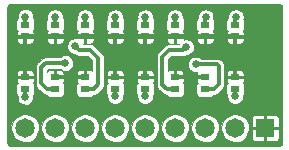
<source format=gtl>
G04 #@! TF.FileFunction,Copper,L1,Top,Signal*
%FSLAX46Y46*%
G04 Gerber Fmt 4.6, Leading zero omitted, Abs format (unit mm)*
G04 Created by KiCad (PCBNEW (2015-04-05 BZR 5576)-product) date Tue 07 Apr 2015 01:19:09 PM CEST*
%MOMM*%
G01*
G04 APERTURE LIST*
%ADD10C,0.150000*%
%ADD11R,1.650000X1.650000*%
%ADD12C,1.650000*%
%ADD13R,0.800000X0.600000*%
%ADD14C,0.635000*%
%ADD15C,0.300000*%
%ADD16C,0.100000*%
G04 APERTURE END LIST*
D10*
D11*
X101600000Y-91440000D03*
D12*
X99060000Y-91440000D03*
X96520000Y-91440000D03*
X93980000Y-91440000D03*
X91440000Y-91440000D03*
X88900000Y-91440000D03*
X86360000Y-91440000D03*
X83820000Y-91440000D03*
X81280000Y-91440000D03*
D13*
X86360000Y-82685000D03*
X86360000Y-83685000D03*
X81280000Y-87130000D03*
X81280000Y-88130000D03*
X96520000Y-87130000D03*
X96520000Y-88130000D03*
X83820000Y-87130000D03*
X83820000Y-88130000D03*
X86360000Y-87130000D03*
X86360000Y-88130000D03*
X88900000Y-87130000D03*
X88900000Y-88130000D03*
X91440000Y-87130000D03*
X91440000Y-88130000D03*
X93980000Y-87130000D03*
X93980000Y-88130000D03*
X99060000Y-87130000D03*
X99060000Y-88130000D03*
X81280000Y-82685000D03*
X81280000Y-83685000D03*
X83820000Y-82685000D03*
X83820000Y-83685000D03*
X88900000Y-82685000D03*
X88900000Y-83685000D03*
X91440000Y-82685000D03*
X91440000Y-83685000D03*
X93980000Y-82685000D03*
X93980000Y-83685000D03*
X96520000Y-82685000D03*
X96520000Y-83685000D03*
X99060000Y-82685000D03*
X99060000Y-83685000D03*
D14*
X99550000Y-85300000D03*
X81300000Y-88800000D03*
X81299994Y-82000000D03*
X83800000Y-82050004D03*
X84682480Y-85930304D03*
X86350000Y-82049996D03*
X85500000Y-84500000D03*
X88900002Y-88750000D03*
X88900002Y-82050000D03*
X91450000Y-88750000D03*
X91450000Y-82050004D03*
X93950000Y-82050000D03*
X94900000Y-84584376D03*
X96550000Y-82050000D03*
X95700000Y-86049998D03*
X99050000Y-88750000D03*
X99100000Y-82050000D03*
D15*
X94776583Y-87130000D02*
X93980000Y-87130000D01*
X96520000Y-87130000D02*
X94776583Y-87130000D01*
X99060000Y-85295451D02*
X99060000Y-87130000D01*
X94776583Y-87130000D02*
X94776583Y-85837513D01*
X99060000Y-83685000D02*
X99060000Y-85295451D01*
X94776583Y-85837513D02*
X95331599Y-85282497D01*
X95331599Y-85282497D02*
X99047046Y-85282497D01*
X99047046Y-85282497D02*
X99060000Y-85295451D01*
X85535718Y-87130000D02*
X86360000Y-87130000D01*
X83820000Y-87130000D02*
X85535718Y-87130000D01*
X81280000Y-83685000D02*
X81280000Y-85302873D01*
X81280000Y-85302873D02*
X81280000Y-87130000D01*
X85535718Y-87130000D02*
X85535718Y-85647640D01*
X85535718Y-85647640D02*
X85050881Y-85162803D01*
X85050881Y-85162803D02*
X81420070Y-85162803D01*
X81420070Y-85162803D02*
X81280000Y-85302873D01*
X96520000Y-83685000D02*
X99060000Y-83685000D01*
X93980000Y-83685000D02*
X96520000Y-83685000D01*
X91440000Y-83685000D02*
X93980000Y-83685000D01*
X88900000Y-83685000D02*
X91440000Y-83685000D01*
X86360000Y-83685000D02*
X88900000Y-83685000D01*
X83820000Y-83685000D02*
X86360000Y-83685000D01*
X81280000Y-83685000D02*
X83820000Y-83685000D01*
X91440000Y-83685000D02*
X91440000Y-87130000D01*
X88900000Y-83685000D02*
X88900000Y-87130000D01*
X99064549Y-85300000D02*
X99060000Y-85295451D01*
X99550000Y-85300000D02*
X99064549Y-85300000D01*
X81280000Y-88780000D02*
X81300000Y-88800000D01*
X81280000Y-88130000D02*
X81280000Y-88780000D01*
X81280000Y-82685000D02*
X81280000Y-82019994D01*
X81280000Y-82019994D02*
X81299994Y-82000000D01*
X83820000Y-82685000D02*
X83820000Y-82070004D01*
X83820000Y-82070004D02*
X83800000Y-82050004D01*
X83820000Y-88130000D02*
X83120000Y-88130000D01*
X83120000Y-88130000D02*
X82650000Y-87660000D01*
X84233468Y-85930304D02*
X84682480Y-85930304D01*
X82650000Y-87660000D02*
X82650000Y-86300000D01*
X82650000Y-86300000D02*
X83019696Y-85930304D01*
X83019696Y-85930304D02*
X84233468Y-85930304D01*
X86360000Y-82059996D02*
X86350000Y-82049996D01*
X86360000Y-82685000D02*
X86360000Y-82059996D01*
X86360000Y-88130000D02*
X87060000Y-88130000D01*
X87060000Y-88130000D02*
X87450000Y-87740000D01*
X87450000Y-87740000D02*
X87450000Y-85500000D01*
X87450000Y-85500000D02*
X86767499Y-84817499D01*
X86767499Y-84817499D02*
X85817499Y-84817499D01*
X85817499Y-84817499D02*
X85500000Y-84500000D01*
X88900000Y-88749998D02*
X88900002Y-88750000D01*
X88900000Y-88130000D02*
X88900000Y-88749998D01*
X88900000Y-82685000D02*
X88900000Y-82050002D01*
X88900000Y-82050002D02*
X88900002Y-82050000D01*
X91440000Y-88740000D02*
X91450000Y-88750000D01*
X91440000Y-88130000D02*
X91440000Y-88740000D01*
X91440000Y-82060004D02*
X91450000Y-82050004D01*
X91440000Y-82685000D02*
X91440000Y-82060004D01*
X93980000Y-82080000D02*
X93950000Y-82050000D01*
X93980000Y-82685000D02*
X93980000Y-82080000D01*
X93980000Y-88130000D02*
X93280000Y-88130000D01*
X93280000Y-88130000D02*
X92900000Y-87750000D01*
X92900000Y-87750000D02*
X92900000Y-85400000D01*
X92900000Y-85400000D02*
X93450000Y-84850000D01*
X93450000Y-84850000D02*
X94634376Y-84850000D01*
X94634376Y-84850000D02*
X94900000Y-84584376D01*
X96520000Y-82080000D02*
X96550000Y-82050000D01*
X96520000Y-82685000D02*
X96520000Y-82080000D01*
X97650000Y-87700000D02*
X97650000Y-86200000D01*
X96149012Y-86049998D02*
X95700000Y-86049998D01*
X97220000Y-88130000D02*
X97650000Y-87700000D01*
X97650000Y-86200000D02*
X97499998Y-86049998D01*
X97499998Y-86049998D02*
X96149012Y-86049998D01*
X96520000Y-88130000D02*
X97220000Y-88130000D01*
X99060000Y-88740000D02*
X99050000Y-88750000D01*
X99060000Y-88130000D02*
X99060000Y-88740000D01*
X99095000Y-82050000D02*
X99100000Y-82050000D01*
X99060000Y-82685000D02*
X99060000Y-82085000D01*
X99060000Y-82085000D02*
X99095000Y-82050000D01*
D16*
G36*
X103026400Y-92697771D02*
X103020793Y-92754947D01*
X103007741Y-92798179D01*
X102986539Y-92838055D01*
X102957998Y-92873050D01*
X102923195Y-92901841D01*
X102883469Y-92923320D01*
X102840331Y-92936674D01*
X102783948Y-92942600D01*
X102725000Y-92942600D01*
X102725000Y-92294548D01*
X102725000Y-92235453D01*
X102725000Y-91615000D01*
X102725000Y-91265000D01*
X102725000Y-90644547D01*
X102725000Y-90585452D01*
X102713471Y-90527493D01*
X102690856Y-90472896D01*
X102658025Y-90423761D01*
X102616239Y-90381975D01*
X102567103Y-90349143D01*
X102512506Y-90326529D01*
X102454547Y-90315000D01*
X101775000Y-90315000D01*
X101700000Y-90390000D01*
X101700000Y-91340000D01*
X102650000Y-91340000D01*
X102725000Y-91265000D01*
X102725000Y-91615000D01*
X102650000Y-91540000D01*
X101700000Y-91540000D01*
X101700000Y-92490000D01*
X101775000Y-92565000D01*
X102454547Y-92565000D01*
X102512506Y-92553471D01*
X102567103Y-92530857D01*
X102616239Y-92498025D01*
X102658025Y-92456239D01*
X102690856Y-92407104D01*
X102713471Y-92352507D01*
X102725000Y-92294548D01*
X102725000Y-92942600D01*
X101500000Y-92942600D01*
X101500000Y-92490000D01*
X101500000Y-91540000D01*
X101500000Y-91340000D01*
X101500000Y-90390000D01*
X101425000Y-90315000D01*
X100745453Y-90315000D01*
X100687494Y-90326529D01*
X100632897Y-90349143D01*
X100583761Y-90381975D01*
X100541975Y-90423761D01*
X100509144Y-90472896D01*
X100486529Y-90527493D01*
X100475000Y-90585452D01*
X100475000Y-90644547D01*
X100475000Y-91265000D01*
X100550000Y-91340000D01*
X101500000Y-91340000D01*
X101500000Y-91540000D01*
X100550000Y-91540000D01*
X100475000Y-91615000D01*
X100475000Y-92235453D01*
X100475000Y-92294548D01*
X100486529Y-92352507D01*
X100509144Y-92407104D01*
X100541975Y-92456239D01*
X100583761Y-92498025D01*
X100632897Y-92530857D01*
X100687494Y-92553471D01*
X100745453Y-92565000D01*
X101425000Y-92565000D01*
X101500000Y-92490000D01*
X101500000Y-92942600D01*
X100235050Y-92942600D01*
X100235050Y-91324785D01*
X100190293Y-91098744D01*
X100102483Y-90885702D01*
X99974965Y-90693772D01*
X99812597Y-90530267D01*
X99811694Y-90529657D01*
X99811694Y-88430000D01*
X99811694Y-87830000D01*
X99811694Y-82985000D01*
X99811694Y-82385000D01*
X99807077Y-82328205D01*
X99777606Y-82233954D01*
X99751653Y-82194752D01*
X99765441Y-82134065D01*
X99767529Y-81984548D01*
X99742103Y-81856138D01*
X99692219Y-81735111D01*
X99619779Y-81626079D01*
X99527539Y-81533194D01*
X99419015Y-81459993D01*
X99298340Y-81409266D01*
X99170110Y-81382944D01*
X99039210Y-81382030D01*
X98910625Y-81406559D01*
X98789253Y-81455597D01*
X98679718Y-81527275D01*
X98586191Y-81618863D01*
X98512235Y-81726873D01*
X98460666Y-81847191D01*
X98433450Y-81975234D01*
X98431622Y-82106125D01*
X98433661Y-82117239D01*
X98426611Y-82121907D01*
X98362670Y-82197162D01*
X98322171Y-82287227D01*
X98308306Y-82385000D01*
X98308306Y-82985000D01*
X98312923Y-83041795D01*
X98342394Y-83136046D01*
X98396907Y-83218389D01*
X98405589Y-83225766D01*
X98394143Y-83242897D01*
X98371529Y-83297494D01*
X98360000Y-83355453D01*
X98360000Y-83510000D01*
X98435000Y-83585000D01*
X98960000Y-83585000D01*
X98960000Y-83565000D01*
X99160000Y-83565000D01*
X99160000Y-83585000D01*
X99685000Y-83585000D01*
X99760000Y-83510000D01*
X99760000Y-83355453D01*
X99748471Y-83297494D01*
X99725857Y-83242897D01*
X99713507Y-83224414D01*
X99757330Y-83172838D01*
X99797829Y-83082773D01*
X99811694Y-82985000D01*
X99811694Y-87830000D01*
X99807077Y-87773205D01*
X99777606Y-87678954D01*
X99723093Y-87596611D01*
X99714410Y-87589233D01*
X99725857Y-87572103D01*
X99748471Y-87517506D01*
X99760000Y-87459547D01*
X99760000Y-87305000D01*
X99760000Y-86955000D01*
X99760000Y-86800453D01*
X99760000Y-84014547D01*
X99760000Y-83860000D01*
X99685000Y-83785000D01*
X99160000Y-83785000D01*
X99160000Y-84210000D01*
X99235000Y-84285000D01*
X99430453Y-84285000D01*
X99489548Y-84285000D01*
X99547507Y-84273471D01*
X99602104Y-84250856D01*
X99651239Y-84218025D01*
X99693025Y-84176239D01*
X99725857Y-84127103D01*
X99748471Y-84072506D01*
X99760000Y-84014547D01*
X99760000Y-86800453D01*
X99748471Y-86742494D01*
X99725857Y-86687897D01*
X99693025Y-86638761D01*
X99651239Y-86596975D01*
X99602104Y-86564144D01*
X99547507Y-86541529D01*
X99489548Y-86530000D01*
X99430453Y-86530000D01*
X99235000Y-86530000D01*
X99160000Y-86605000D01*
X99160000Y-87030000D01*
X99685000Y-87030000D01*
X99760000Y-86955000D01*
X99760000Y-87305000D01*
X99685000Y-87230000D01*
X99160000Y-87230000D01*
X99160000Y-87250000D01*
X98960000Y-87250000D01*
X98960000Y-87230000D01*
X98960000Y-87030000D01*
X98960000Y-86605000D01*
X98960000Y-84210000D01*
X98960000Y-83785000D01*
X98435000Y-83785000D01*
X98360000Y-83860000D01*
X98360000Y-84014547D01*
X98371529Y-84072506D01*
X98394143Y-84127103D01*
X98426975Y-84176239D01*
X98468761Y-84218025D01*
X98517896Y-84250856D01*
X98572493Y-84273471D01*
X98630452Y-84285000D01*
X98689547Y-84285000D01*
X98885000Y-84285000D01*
X98960000Y-84210000D01*
X98960000Y-86605000D01*
X98885000Y-86530000D01*
X98689547Y-86530000D01*
X98630452Y-86530000D01*
X98572493Y-86541529D01*
X98517896Y-86564144D01*
X98468761Y-86596975D01*
X98426975Y-86638761D01*
X98394143Y-86687897D01*
X98371529Y-86742494D01*
X98360000Y-86800453D01*
X98360000Y-86955000D01*
X98435000Y-87030000D01*
X98960000Y-87030000D01*
X98960000Y-87230000D01*
X98435000Y-87230000D01*
X98360000Y-87305000D01*
X98360000Y-87459547D01*
X98371529Y-87517506D01*
X98394143Y-87572103D01*
X98406492Y-87590585D01*
X98362670Y-87642162D01*
X98322171Y-87732227D01*
X98308306Y-87830000D01*
X98308306Y-88430000D01*
X98312923Y-88486795D01*
X98342394Y-88581046D01*
X98388626Y-88650880D01*
X98383450Y-88675234D01*
X98381622Y-88806125D01*
X98405253Y-88934878D01*
X98453442Y-89056589D01*
X98524353Y-89166622D01*
X98615287Y-89260787D01*
X98722778Y-89335495D01*
X98842733Y-89387902D01*
X98970583Y-89416012D01*
X99101458Y-89418753D01*
X99230373Y-89396022D01*
X99352417Y-89348684D01*
X99462943Y-89278542D01*
X99557739Y-89188269D01*
X99633196Y-89081302D01*
X99686440Y-88961715D01*
X99715441Y-88834065D01*
X99717529Y-88684548D01*
X99714338Y-88668436D01*
X99757330Y-88617838D01*
X99797829Y-88527773D01*
X99811694Y-88430000D01*
X99811694Y-90529657D01*
X99621562Y-90401412D01*
X99409138Y-90312117D01*
X99183415Y-90265783D01*
X98952991Y-90264174D01*
X98726644Y-90307352D01*
X98512993Y-90393673D01*
X98320178Y-90519847D01*
X98155543Y-90681070D01*
X98150000Y-90689165D01*
X98150000Y-87700000D01*
X98150000Y-86200000D01*
X98145494Y-86154047D01*
X98141468Y-86108025D01*
X98140734Y-86105500D01*
X98140478Y-86102883D01*
X98127127Y-86058664D01*
X98114243Y-86014316D01*
X98113032Y-86011980D01*
X98112273Y-86009465D01*
X98090595Y-85968694D01*
X98069336Y-85927681D01*
X98067695Y-85925626D01*
X98066461Y-85923304D01*
X98037254Y-85887493D01*
X98008455Y-85851418D01*
X98004847Y-85847760D01*
X98004785Y-85847683D01*
X98004713Y-85847623D01*
X98003553Y-85846447D01*
X97853551Y-85696445D01*
X97817906Y-85667165D01*
X97782482Y-85637441D01*
X97780175Y-85636172D01*
X97778146Y-85634506D01*
X97737476Y-85612699D01*
X97696969Y-85590430D01*
X97694461Y-85589634D01*
X97692146Y-85588393D01*
X97647982Y-85574890D01*
X97603954Y-85560924D01*
X97601342Y-85560631D01*
X97598827Y-85559862D01*
X97552850Y-85555192D01*
X97506979Y-85550047D01*
X97501840Y-85550010D01*
X97501743Y-85550001D01*
X97501651Y-85550009D01*
X97499998Y-85549998D01*
X97271694Y-85549998D01*
X97271694Y-82985000D01*
X97271694Y-82385000D01*
X97267077Y-82328205D01*
X97237606Y-82233954D01*
X97204208Y-82183506D01*
X97215441Y-82134065D01*
X97217529Y-81984548D01*
X97192103Y-81856138D01*
X97142219Y-81735111D01*
X97069779Y-81626079D01*
X96977539Y-81533194D01*
X96869015Y-81459993D01*
X96748340Y-81409266D01*
X96620110Y-81382944D01*
X96489210Y-81382030D01*
X96360625Y-81406559D01*
X96239253Y-81455597D01*
X96129718Y-81527275D01*
X96036191Y-81618863D01*
X95962235Y-81726873D01*
X95910666Y-81847191D01*
X95883450Y-81975234D01*
X95881622Y-82106125D01*
X95884890Y-82123932D01*
X95822670Y-82197162D01*
X95782171Y-82287227D01*
X95768306Y-82385000D01*
X95768306Y-82985000D01*
X95772923Y-83041795D01*
X95802394Y-83136046D01*
X95856907Y-83218389D01*
X95865589Y-83225766D01*
X95854143Y-83242897D01*
X95831529Y-83297494D01*
X95820000Y-83355453D01*
X95820000Y-83510000D01*
X95895000Y-83585000D01*
X96420000Y-83585000D01*
X96420000Y-83565000D01*
X96620000Y-83565000D01*
X96620000Y-83585000D01*
X97145000Y-83585000D01*
X97220000Y-83510000D01*
X97220000Y-83355453D01*
X97208471Y-83297494D01*
X97185857Y-83242897D01*
X97173507Y-83224414D01*
X97217330Y-83172838D01*
X97257829Y-83082773D01*
X97271694Y-82985000D01*
X97271694Y-85549998D01*
X97220000Y-85549998D01*
X97220000Y-84014547D01*
X97220000Y-83860000D01*
X97145000Y-83785000D01*
X96620000Y-83785000D01*
X96620000Y-84210000D01*
X96695000Y-84285000D01*
X96890453Y-84285000D01*
X96949548Y-84285000D01*
X97007507Y-84273471D01*
X97062104Y-84250856D01*
X97111239Y-84218025D01*
X97153025Y-84176239D01*
X97185857Y-84127103D01*
X97208471Y-84072506D01*
X97220000Y-84014547D01*
X97220000Y-85549998D01*
X96420000Y-85549998D01*
X96420000Y-84210000D01*
X96420000Y-83785000D01*
X95895000Y-83785000D01*
X95820000Y-83860000D01*
X95820000Y-84014547D01*
X95831529Y-84072506D01*
X95854143Y-84127103D01*
X95886975Y-84176239D01*
X95928761Y-84218025D01*
X95977896Y-84250856D01*
X96032493Y-84273471D01*
X96090452Y-84285000D01*
X96149547Y-84285000D01*
X96345000Y-84285000D01*
X96420000Y-84210000D01*
X96420000Y-85549998D01*
X96149012Y-85549998D01*
X96144228Y-85549998D01*
X96127539Y-85533192D01*
X96019015Y-85459991D01*
X95898340Y-85409264D01*
X95770110Y-85382942D01*
X95639210Y-85382028D01*
X95567529Y-85395701D01*
X95567529Y-84518924D01*
X95542103Y-84390514D01*
X95492219Y-84269487D01*
X95419779Y-84160455D01*
X95327539Y-84067570D01*
X95219015Y-83994369D01*
X95098340Y-83943642D01*
X94970110Y-83917320D01*
X94839210Y-83916406D01*
X94731694Y-83936915D01*
X94731694Y-82985000D01*
X94731694Y-82385000D01*
X94727077Y-82328205D01*
X94697606Y-82233954D01*
X94643093Y-82151611D01*
X94615523Y-82128186D01*
X94617529Y-81984548D01*
X94592103Y-81856138D01*
X94542219Y-81735111D01*
X94469779Y-81626079D01*
X94377539Y-81533194D01*
X94269015Y-81459993D01*
X94148340Y-81409266D01*
X94020110Y-81382944D01*
X93889210Y-81382030D01*
X93760625Y-81406559D01*
X93639253Y-81455597D01*
X93529718Y-81527275D01*
X93436191Y-81618863D01*
X93362235Y-81726873D01*
X93310666Y-81847191D01*
X93283450Y-81975234D01*
X93281622Y-82106125D01*
X93295548Y-82182004D01*
X93282670Y-82197162D01*
X93242171Y-82287227D01*
X93228306Y-82385000D01*
X93228306Y-82985000D01*
X93232923Y-83041795D01*
X93262394Y-83136046D01*
X93316907Y-83218389D01*
X93325589Y-83225766D01*
X93314143Y-83242897D01*
X93291529Y-83297494D01*
X93280000Y-83355453D01*
X93280000Y-83510000D01*
X93355000Y-83585000D01*
X93880000Y-83585000D01*
X93880000Y-83565000D01*
X94080000Y-83565000D01*
X94080000Y-83585000D01*
X94605000Y-83585000D01*
X94680000Y-83510000D01*
X94680000Y-83355453D01*
X94668471Y-83297494D01*
X94645857Y-83242897D01*
X94633507Y-83224414D01*
X94677330Y-83172838D01*
X94717829Y-83082773D01*
X94731694Y-82985000D01*
X94731694Y-83936915D01*
X94710625Y-83940935D01*
X94680000Y-83953308D01*
X94680000Y-83860000D01*
X94605000Y-83785000D01*
X94080000Y-83785000D01*
X94080000Y-84210000D01*
X94155000Y-84285000D01*
X94302055Y-84285000D01*
X94274195Y-84350000D01*
X93880000Y-84350000D01*
X93880000Y-84210000D01*
X93880000Y-83785000D01*
X93355000Y-83785000D01*
X93280000Y-83860000D01*
X93280000Y-84014547D01*
X93291529Y-84072506D01*
X93314143Y-84127103D01*
X93346975Y-84176239D01*
X93388761Y-84218025D01*
X93437896Y-84250856D01*
X93492493Y-84273471D01*
X93550452Y-84285000D01*
X93609547Y-84285000D01*
X93805000Y-84285000D01*
X93880000Y-84210000D01*
X93880000Y-84350000D01*
X93450000Y-84350000D01*
X93404011Y-84354509D01*
X93358024Y-84358532D01*
X93355499Y-84359265D01*
X93352883Y-84359522D01*
X93308676Y-84372868D01*
X93264316Y-84385757D01*
X93261980Y-84386967D01*
X93259465Y-84387727D01*
X93218675Y-84409415D01*
X93177680Y-84430665D01*
X93175627Y-84432303D01*
X93173304Y-84433539D01*
X93137512Y-84462730D01*
X93101417Y-84491545D01*
X93097754Y-84495156D01*
X93097683Y-84495215D01*
X93097628Y-84495281D01*
X93096446Y-84496447D01*
X92546447Y-85046447D01*
X92517167Y-85082091D01*
X92487443Y-85117516D01*
X92486174Y-85119822D01*
X92484508Y-85121852D01*
X92462701Y-85162521D01*
X92440432Y-85203029D01*
X92439636Y-85205536D01*
X92438395Y-85207852D01*
X92424892Y-85252015D01*
X92410926Y-85296044D01*
X92410633Y-85298655D01*
X92409864Y-85301171D01*
X92405194Y-85347147D01*
X92400049Y-85393019D01*
X92400012Y-85398157D01*
X92400003Y-85398255D01*
X92400011Y-85398346D01*
X92400000Y-85400000D01*
X92400000Y-87750000D01*
X92404504Y-87795943D01*
X92408532Y-87841976D01*
X92409265Y-87844500D01*
X92409522Y-87847117D01*
X92422868Y-87891323D01*
X92435757Y-87935684D01*
X92436967Y-87938019D01*
X92437727Y-87940535D01*
X92459394Y-87981285D01*
X92480664Y-88022320D01*
X92482305Y-88024376D01*
X92483539Y-88026696D01*
X92512727Y-88062484D01*
X92541545Y-88098582D01*
X92545152Y-88102239D01*
X92545215Y-88102317D01*
X92545286Y-88102376D01*
X92546447Y-88103553D01*
X92926447Y-88483553D01*
X92962091Y-88512832D01*
X92997516Y-88542557D01*
X92999822Y-88543825D01*
X93001852Y-88545492D01*
X93042521Y-88567298D01*
X93083029Y-88589568D01*
X93085536Y-88590363D01*
X93087852Y-88591605D01*
X93132015Y-88605107D01*
X93176044Y-88619074D01*
X93178655Y-88619366D01*
X93181171Y-88620136D01*
X93227147Y-88624805D01*
X93273019Y-88629951D01*
X93278157Y-88629987D01*
X93278255Y-88629997D01*
X93278346Y-88629988D01*
X93280000Y-88630000D01*
X93294802Y-88630000D01*
X93316907Y-88663389D01*
X93392162Y-88727330D01*
X93482227Y-88767829D01*
X93580000Y-88781694D01*
X94380000Y-88781694D01*
X94436795Y-88777077D01*
X94531046Y-88747606D01*
X94613389Y-88693093D01*
X94677330Y-88617838D01*
X94717829Y-88527773D01*
X94731694Y-88430000D01*
X94731694Y-87830000D01*
X94727077Y-87773205D01*
X94697606Y-87678954D01*
X94643093Y-87596611D01*
X94634410Y-87589233D01*
X94645857Y-87572103D01*
X94668471Y-87517506D01*
X94680000Y-87459547D01*
X94680000Y-87305000D01*
X94680000Y-86955000D01*
X94680000Y-86800453D01*
X94668471Y-86742494D01*
X94645857Y-86687897D01*
X94613025Y-86638761D01*
X94571239Y-86596975D01*
X94522104Y-86564144D01*
X94467507Y-86541529D01*
X94409548Y-86530000D01*
X94350453Y-86530000D01*
X94155000Y-86530000D01*
X94080000Y-86605000D01*
X94080000Y-87030000D01*
X94605000Y-87030000D01*
X94680000Y-86955000D01*
X94680000Y-87305000D01*
X94605000Y-87230000D01*
X94080000Y-87230000D01*
X94080000Y-87250000D01*
X93880000Y-87250000D01*
X93880000Y-87230000D01*
X93860000Y-87230000D01*
X93860000Y-87030000D01*
X93880000Y-87030000D01*
X93880000Y-86605000D01*
X93805000Y-86530000D01*
X93609547Y-86530000D01*
X93550452Y-86530000D01*
X93492493Y-86541529D01*
X93437896Y-86564144D01*
X93400000Y-86589465D01*
X93400000Y-85607106D01*
X93657106Y-85350000D01*
X94634376Y-85350000D01*
X94680319Y-85345495D01*
X94726352Y-85341468D01*
X94728876Y-85340734D01*
X94731493Y-85340478D01*
X94775699Y-85327131D01*
X94820060Y-85314243D01*
X94822395Y-85313032D01*
X94824911Y-85312273D01*
X94865661Y-85290605D01*
X94906696Y-85269336D01*
X94908752Y-85267694D01*
X94911072Y-85266461D01*
X94928020Y-85252638D01*
X94951458Y-85253129D01*
X95080373Y-85230398D01*
X95202417Y-85183060D01*
X95312943Y-85112918D01*
X95407739Y-85022645D01*
X95483196Y-84915678D01*
X95536440Y-84796091D01*
X95565441Y-84668441D01*
X95567529Y-84518924D01*
X95567529Y-85395701D01*
X95510625Y-85406557D01*
X95389253Y-85455595D01*
X95279718Y-85527273D01*
X95186191Y-85618861D01*
X95112235Y-85726871D01*
X95060666Y-85847189D01*
X95033450Y-85975232D01*
X95031622Y-86106123D01*
X95055253Y-86234876D01*
X95103442Y-86356587D01*
X95174353Y-86466620D01*
X95265287Y-86560785D01*
X95372778Y-86635493D01*
X95492733Y-86687900D01*
X95620583Y-86716010D01*
X95751458Y-86718751D01*
X95848446Y-86701649D01*
X95831529Y-86742494D01*
X95820000Y-86800453D01*
X95820000Y-86955000D01*
X95895000Y-87030000D01*
X96420000Y-87030000D01*
X96420000Y-87010000D01*
X96620000Y-87010000D01*
X96620000Y-87030000D01*
X96640000Y-87030000D01*
X96640000Y-87230000D01*
X96620000Y-87230000D01*
X96620000Y-87250000D01*
X96420000Y-87250000D01*
X96420000Y-87230000D01*
X95895000Y-87230000D01*
X95820000Y-87305000D01*
X95820000Y-87459547D01*
X95831529Y-87517506D01*
X95854143Y-87572103D01*
X95866492Y-87590585D01*
X95822670Y-87642162D01*
X95782171Y-87732227D01*
X95768306Y-87830000D01*
X95768306Y-88430000D01*
X95772923Y-88486795D01*
X95802394Y-88581046D01*
X95856907Y-88663389D01*
X95932162Y-88727330D01*
X96022227Y-88767829D01*
X96120000Y-88781694D01*
X96920000Y-88781694D01*
X96976795Y-88777077D01*
X97071046Y-88747606D01*
X97153389Y-88693093D01*
X97206996Y-88630000D01*
X97220000Y-88630000D01*
X97265943Y-88625495D01*
X97311976Y-88621468D01*
X97314500Y-88620734D01*
X97317117Y-88620478D01*
X97361323Y-88607131D01*
X97405684Y-88594243D01*
X97408019Y-88593032D01*
X97410535Y-88592273D01*
X97451285Y-88570605D01*
X97492320Y-88549336D01*
X97494376Y-88547694D01*
X97496696Y-88546461D01*
X97532484Y-88517272D01*
X97568582Y-88488455D01*
X97572239Y-88484847D01*
X97572317Y-88484785D01*
X97572376Y-88484713D01*
X97573553Y-88483553D01*
X98003554Y-88053553D01*
X98032879Y-88017851D01*
X98062557Y-87982484D01*
X98063823Y-87980180D01*
X98065493Y-87978148D01*
X98087320Y-87937439D01*
X98109568Y-87896971D01*
X98110363Y-87894463D01*
X98111605Y-87892148D01*
X98125107Y-87847984D01*
X98139074Y-87803956D01*
X98139366Y-87801344D01*
X98140136Y-87798829D01*
X98144805Y-87752852D01*
X98149951Y-87706981D01*
X98149987Y-87701842D01*
X98149997Y-87701745D01*
X98149988Y-87701653D01*
X98150000Y-87700000D01*
X98150000Y-90689165D01*
X98025358Y-90871201D01*
X97934582Y-91082996D01*
X97886673Y-91308390D01*
X97883456Y-91538797D01*
X97925053Y-91765441D01*
X98009879Y-91979689D01*
X98134705Y-92173380D01*
X98294775Y-92339137D01*
X98483991Y-92470646D01*
X98695148Y-92562898D01*
X98920202Y-92612379D01*
X99150581Y-92617205D01*
X99377510Y-92577192D01*
X99592344Y-92493863D01*
X99786902Y-92370392D01*
X99953773Y-92211484D01*
X100086600Y-92023190D01*
X100180324Y-91812682D01*
X100231375Y-91587979D01*
X100235050Y-91324785D01*
X100235050Y-92942600D01*
X97695050Y-92942600D01*
X97695050Y-91324785D01*
X97650293Y-91098744D01*
X97562483Y-90885702D01*
X97434965Y-90693772D01*
X97272597Y-90530267D01*
X97081562Y-90401412D01*
X96869138Y-90312117D01*
X96643415Y-90265783D01*
X96412991Y-90264174D01*
X96186644Y-90307352D01*
X95972993Y-90393673D01*
X95780178Y-90519847D01*
X95615543Y-90681070D01*
X95485358Y-90871201D01*
X95394582Y-91082996D01*
X95346673Y-91308390D01*
X95343456Y-91538797D01*
X95385053Y-91765441D01*
X95469879Y-91979689D01*
X95594705Y-92173380D01*
X95754775Y-92339137D01*
X95943991Y-92470646D01*
X96155148Y-92562898D01*
X96380202Y-92612379D01*
X96610581Y-92617205D01*
X96837510Y-92577192D01*
X97052344Y-92493863D01*
X97246902Y-92370392D01*
X97413773Y-92211484D01*
X97546600Y-92023190D01*
X97640324Y-91812682D01*
X97691375Y-91587979D01*
X97695050Y-91324785D01*
X97695050Y-92942600D01*
X95155050Y-92942600D01*
X95155050Y-91324785D01*
X95110293Y-91098744D01*
X95022483Y-90885702D01*
X94894965Y-90693772D01*
X94732597Y-90530267D01*
X94541562Y-90401412D01*
X94329138Y-90312117D01*
X94103415Y-90265783D01*
X93872991Y-90264174D01*
X93646644Y-90307352D01*
X93432993Y-90393673D01*
X93240178Y-90519847D01*
X93075543Y-90681070D01*
X92945358Y-90871201D01*
X92854582Y-91082996D01*
X92806673Y-91308390D01*
X92803456Y-91538797D01*
X92845053Y-91765441D01*
X92929879Y-91979689D01*
X93054705Y-92173380D01*
X93214775Y-92339137D01*
X93403991Y-92470646D01*
X93615148Y-92562898D01*
X93840202Y-92612379D01*
X94070581Y-92617205D01*
X94297510Y-92577192D01*
X94512344Y-92493863D01*
X94706902Y-92370392D01*
X94873773Y-92211484D01*
X95006600Y-92023190D01*
X95100324Y-91812682D01*
X95151375Y-91587979D01*
X95155050Y-91324785D01*
X95155050Y-92942600D01*
X92615050Y-92942600D01*
X92615050Y-91324785D01*
X92570293Y-91098744D01*
X92482483Y-90885702D01*
X92354965Y-90693772D01*
X92192597Y-90530267D01*
X92191694Y-90529657D01*
X92191694Y-88430000D01*
X92191694Y-87830000D01*
X92191694Y-82985000D01*
X92191694Y-82385000D01*
X92187077Y-82328205D01*
X92157606Y-82233954D01*
X92109318Y-82161015D01*
X92115441Y-82134069D01*
X92117529Y-81984552D01*
X92092103Y-81856142D01*
X92042219Y-81735115D01*
X91969779Y-81626083D01*
X91877539Y-81533198D01*
X91769015Y-81459997D01*
X91648340Y-81409270D01*
X91520110Y-81382948D01*
X91389210Y-81382034D01*
X91260625Y-81406563D01*
X91139253Y-81455601D01*
X91029718Y-81527279D01*
X90936191Y-81618867D01*
X90862235Y-81726877D01*
X90810666Y-81847195D01*
X90783450Y-81975238D01*
X90781622Y-82106129D01*
X90788442Y-82143290D01*
X90742670Y-82197162D01*
X90702171Y-82287227D01*
X90688306Y-82385000D01*
X90688306Y-82985000D01*
X90692923Y-83041795D01*
X90722394Y-83136046D01*
X90776907Y-83218389D01*
X90785589Y-83225766D01*
X90774143Y-83242897D01*
X90751529Y-83297494D01*
X90740000Y-83355453D01*
X90740000Y-83510000D01*
X90815000Y-83585000D01*
X91340000Y-83585000D01*
X91340000Y-83565000D01*
X91540000Y-83565000D01*
X91540000Y-83585000D01*
X92065000Y-83585000D01*
X92140000Y-83510000D01*
X92140000Y-83355453D01*
X92128471Y-83297494D01*
X92105857Y-83242897D01*
X92093507Y-83224414D01*
X92137330Y-83172838D01*
X92177829Y-83082773D01*
X92191694Y-82985000D01*
X92191694Y-87830000D01*
X92187077Y-87773205D01*
X92157606Y-87678954D01*
X92103093Y-87596611D01*
X92094410Y-87589233D01*
X92105857Y-87572103D01*
X92128471Y-87517506D01*
X92140000Y-87459547D01*
X92140000Y-87305000D01*
X92140000Y-86955000D01*
X92140000Y-86800453D01*
X92140000Y-84014547D01*
X92140000Y-83860000D01*
X92065000Y-83785000D01*
X91540000Y-83785000D01*
X91540000Y-84210000D01*
X91615000Y-84285000D01*
X91810453Y-84285000D01*
X91869548Y-84285000D01*
X91927507Y-84273471D01*
X91982104Y-84250856D01*
X92031239Y-84218025D01*
X92073025Y-84176239D01*
X92105857Y-84127103D01*
X92128471Y-84072506D01*
X92140000Y-84014547D01*
X92140000Y-86800453D01*
X92128471Y-86742494D01*
X92105857Y-86687897D01*
X92073025Y-86638761D01*
X92031239Y-86596975D01*
X91982104Y-86564144D01*
X91927507Y-86541529D01*
X91869548Y-86530000D01*
X91810453Y-86530000D01*
X91615000Y-86530000D01*
X91540000Y-86605000D01*
X91540000Y-87030000D01*
X92065000Y-87030000D01*
X92140000Y-86955000D01*
X92140000Y-87305000D01*
X92065000Y-87230000D01*
X91540000Y-87230000D01*
X91540000Y-87250000D01*
X91340000Y-87250000D01*
X91340000Y-87230000D01*
X91340000Y-87030000D01*
X91340000Y-86605000D01*
X91340000Y-84210000D01*
X91340000Y-83785000D01*
X90815000Y-83785000D01*
X90740000Y-83860000D01*
X90740000Y-84014547D01*
X90751529Y-84072506D01*
X90774143Y-84127103D01*
X90806975Y-84176239D01*
X90848761Y-84218025D01*
X90897896Y-84250856D01*
X90952493Y-84273471D01*
X91010452Y-84285000D01*
X91069547Y-84285000D01*
X91265000Y-84285000D01*
X91340000Y-84210000D01*
X91340000Y-86605000D01*
X91265000Y-86530000D01*
X91069547Y-86530000D01*
X91010452Y-86530000D01*
X90952493Y-86541529D01*
X90897896Y-86564144D01*
X90848761Y-86596975D01*
X90806975Y-86638761D01*
X90774143Y-86687897D01*
X90751529Y-86742494D01*
X90740000Y-86800453D01*
X90740000Y-86955000D01*
X90815000Y-87030000D01*
X91340000Y-87030000D01*
X91340000Y-87230000D01*
X90815000Y-87230000D01*
X90740000Y-87305000D01*
X90740000Y-87459547D01*
X90751529Y-87517506D01*
X90774143Y-87572103D01*
X90786492Y-87590585D01*
X90742670Y-87642162D01*
X90702171Y-87732227D01*
X90688306Y-87830000D01*
X90688306Y-88430000D01*
X90692923Y-88486795D01*
X90722394Y-88581046D01*
X90776907Y-88663389D01*
X90784581Y-88669909D01*
X90783450Y-88675234D01*
X90781622Y-88806125D01*
X90805253Y-88934878D01*
X90853442Y-89056589D01*
X90924353Y-89166622D01*
X91015287Y-89260787D01*
X91122778Y-89335495D01*
X91242733Y-89387902D01*
X91370583Y-89416012D01*
X91501458Y-89418753D01*
X91630373Y-89396022D01*
X91752417Y-89348684D01*
X91862943Y-89278542D01*
X91957739Y-89188269D01*
X92033196Y-89081302D01*
X92086440Y-88961715D01*
X92115441Y-88834065D01*
X92117529Y-88684548D01*
X92110558Y-88649346D01*
X92137330Y-88617838D01*
X92177829Y-88527773D01*
X92191694Y-88430000D01*
X92191694Y-90529657D01*
X92001562Y-90401412D01*
X91789138Y-90312117D01*
X91563415Y-90265783D01*
X91332991Y-90264174D01*
X91106644Y-90307352D01*
X90892993Y-90393673D01*
X90700178Y-90519847D01*
X90535543Y-90681070D01*
X90405358Y-90871201D01*
X90314582Y-91082996D01*
X90266673Y-91308390D01*
X90263456Y-91538797D01*
X90305053Y-91765441D01*
X90389879Y-91979689D01*
X90514705Y-92173380D01*
X90674775Y-92339137D01*
X90863991Y-92470646D01*
X91075148Y-92562898D01*
X91300202Y-92612379D01*
X91530581Y-92617205D01*
X91757510Y-92577192D01*
X91972344Y-92493863D01*
X92166902Y-92370392D01*
X92333773Y-92211484D01*
X92466600Y-92023190D01*
X92560324Y-91812682D01*
X92611375Y-91587979D01*
X92615050Y-91324785D01*
X92615050Y-92942600D01*
X90075050Y-92942600D01*
X90075050Y-91324785D01*
X90030293Y-91098744D01*
X89942483Y-90885702D01*
X89814965Y-90693772D01*
X89652597Y-90530267D01*
X89651694Y-90529657D01*
X89651694Y-88430000D01*
X89651694Y-87830000D01*
X89651694Y-82985000D01*
X89651694Y-82385000D01*
X89647077Y-82328205D01*
X89617606Y-82233954D01*
X89563093Y-82151611D01*
X89561721Y-82150445D01*
X89565443Y-82134065D01*
X89567531Y-81984548D01*
X89542105Y-81856138D01*
X89492221Y-81735111D01*
X89419781Y-81626079D01*
X89327541Y-81533194D01*
X89219017Y-81459993D01*
X89098342Y-81409266D01*
X88970112Y-81382944D01*
X88839212Y-81382030D01*
X88710627Y-81406559D01*
X88589255Y-81455597D01*
X88479720Y-81527275D01*
X88386193Y-81618863D01*
X88312237Y-81726873D01*
X88260668Y-81847191D01*
X88233452Y-81975234D01*
X88231624Y-82106125D01*
X88240221Y-82152966D01*
X88202670Y-82197162D01*
X88162171Y-82287227D01*
X88148306Y-82385000D01*
X88148306Y-82985000D01*
X88152923Y-83041795D01*
X88182394Y-83136046D01*
X88236907Y-83218389D01*
X88245589Y-83225766D01*
X88234143Y-83242897D01*
X88211529Y-83297494D01*
X88200000Y-83355453D01*
X88200000Y-83510000D01*
X88275000Y-83585000D01*
X88800000Y-83585000D01*
X88800000Y-83565000D01*
X89000000Y-83565000D01*
X89000000Y-83585000D01*
X89525000Y-83585000D01*
X89600000Y-83510000D01*
X89600000Y-83355453D01*
X89588471Y-83297494D01*
X89565857Y-83242897D01*
X89553507Y-83224414D01*
X89597330Y-83172838D01*
X89637829Y-83082773D01*
X89651694Y-82985000D01*
X89651694Y-87830000D01*
X89647077Y-87773205D01*
X89617606Y-87678954D01*
X89563093Y-87596611D01*
X89554410Y-87589233D01*
X89565857Y-87572103D01*
X89588471Y-87517506D01*
X89600000Y-87459547D01*
X89600000Y-87305000D01*
X89600000Y-86955000D01*
X89600000Y-86800453D01*
X89600000Y-84014547D01*
X89600000Y-83860000D01*
X89525000Y-83785000D01*
X89000000Y-83785000D01*
X89000000Y-84210000D01*
X89075000Y-84285000D01*
X89270453Y-84285000D01*
X89329548Y-84285000D01*
X89387507Y-84273471D01*
X89442104Y-84250856D01*
X89491239Y-84218025D01*
X89533025Y-84176239D01*
X89565857Y-84127103D01*
X89588471Y-84072506D01*
X89600000Y-84014547D01*
X89600000Y-86800453D01*
X89588471Y-86742494D01*
X89565857Y-86687897D01*
X89533025Y-86638761D01*
X89491239Y-86596975D01*
X89442104Y-86564144D01*
X89387507Y-86541529D01*
X89329548Y-86530000D01*
X89270453Y-86530000D01*
X89075000Y-86530000D01*
X89000000Y-86605000D01*
X89000000Y-87030000D01*
X89525000Y-87030000D01*
X89600000Y-86955000D01*
X89600000Y-87305000D01*
X89525000Y-87230000D01*
X89000000Y-87230000D01*
X89000000Y-87250000D01*
X88800000Y-87250000D01*
X88800000Y-87230000D01*
X88800000Y-87030000D01*
X88800000Y-86605000D01*
X88800000Y-84210000D01*
X88800000Y-83785000D01*
X88275000Y-83785000D01*
X88200000Y-83860000D01*
X88200000Y-84014547D01*
X88211529Y-84072506D01*
X88234143Y-84127103D01*
X88266975Y-84176239D01*
X88308761Y-84218025D01*
X88357896Y-84250856D01*
X88412493Y-84273471D01*
X88470452Y-84285000D01*
X88529547Y-84285000D01*
X88725000Y-84285000D01*
X88800000Y-84210000D01*
X88800000Y-86605000D01*
X88725000Y-86530000D01*
X88529547Y-86530000D01*
X88470452Y-86530000D01*
X88412493Y-86541529D01*
X88357896Y-86564144D01*
X88308761Y-86596975D01*
X88266975Y-86638761D01*
X88234143Y-86687897D01*
X88211529Y-86742494D01*
X88200000Y-86800453D01*
X88200000Y-86955000D01*
X88275000Y-87030000D01*
X88800000Y-87030000D01*
X88800000Y-87230000D01*
X88275000Y-87230000D01*
X88200000Y-87305000D01*
X88200000Y-87459547D01*
X88211529Y-87517506D01*
X88234143Y-87572103D01*
X88246492Y-87590585D01*
X88202670Y-87642162D01*
X88162171Y-87732227D01*
X88148306Y-87830000D01*
X88148306Y-88430000D01*
X88152923Y-88486795D01*
X88182394Y-88581046D01*
X88236197Y-88662317D01*
X88233452Y-88675234D01*
X88231624Y-88806125D01*
X88255255Y-88934878D01*
X88303444Y-89056589D01*
X88374355Y-89166622D01*
X88465289Y-89260787D01*
X88572780Y-89335495D01*
X88692735Y-89387902D01*
X88820585Y-89416012D01*
X88951460Y-89418753D01*
X89080375Y-89396022D01*
X89202419Y-89348684D01*
X89312945Y-89278542D01*
X89407741Y-89188269D01*
X89483198Y-89081302D01*
X89536442Y-88961715D01*
X89565443Y-88834065D01*
X89567531Y-88684548D01*
X89562450Y-88658889D01*
X89597330Y-88617838D01*
X89637829Y-88527773D01*
X89651694Y-88430000D01*
X89651694Y-90529657D01*
X89461562Y-90401412D01*
X89249138Y-90312117D01*
X89023415Y-90265783D01*
X88792991Y-90264174D01*
X88566644Y-90307352D01*
X88352993Y-90393673D01*
X88160178Y-90519847D01*
X87995543Y-90681070D01*
X87950000Y-90747584D01*
X87950000Y-87740000D01*
X87950000Y-85500000D01*
X87945490Y-85454011D01*
X87941468Y-85408024D01*
X87940734Y-85405499D01*
X87940478Y-85402883D01*
X87927131Y-85358676D01*
X87914243Y-85314316D01*
X87913032Y-85311980D01*
X87912273Y-85309465D01*
X87890584Y-85268675D01*
X87869335Y-85227680D01*
X87867696Y-85225627D01*
X87866461Y-85223304D01*
X87837269Y-85187512D01*
X87808455Y-85151417D01*
X87804843Y-85147754D01*
X87804785Y-85147683D01*
X87804718Y-85147628D01*
X87803553Y-85146446D01*
X87121052Y-84463946D01*
X87111694Y-84456259D01*
X87111694Y-82985000D01*
X87111694Y-82385000D01*
X87107077Y-82328205D01*
X87077606Y-82233954D01*
X87023093Y-82151611D01*
X87013337Y-82143321D01*
X87015441Y-82134061D01*
X87017529Y-81984544D01*
X86992103Y-81856134D01*
X86942219Y-81735107D01*
X86869779Y-81626075D01*
X86777539Y-81533190D01*
X86669015Y-81459989D01*
X86548340Y-81409262D01*
X86420110Y-81382940D01*
X86289210Y-81382026D01*
X86160625Y-81406555D01*
X86039253Y-81455593D01*
X85929718Y-81527271D01*
X85836191Y-81618859D01*
X85762235Y-81726869D01*
X85710666Y-81847187D01*
X85683450Y-81975230D01*
X85681622Y-82106121D01*
X85691996Y-82162646D01*
X85662670Y-82197162D01*
X85622171Y-82287227D01*
X85608306Y-82385000D01*
X85608306Y-82985000D01*
X85612923Y-83041795D01*
X85642394Y-83136046D01*
X85696907Y-83218389D01*
X85705589Y-83225766D01*
X85694143Y-83242897D01*
X85671529Y-83297494D01*
X85660000Y-83355453D01*
X85660000Y-83510000D01*
X85735000Y-83585000D01*
X86260000Y-83585000D01*
X86260000Y-83565000D01*
X86460000Y-83565000D01*
X86460000Y-83585000D01*
X86985000Y-83585000D01*
X87060000Y-83510000D01*
X87060000Y-83355453D01*
X87048471Y-83297494D01*
X87025857Y-83242897D01*
X87013507Y-83224414D01*
X87057330Y-83172838D01*
X87097829Y-83082773D01*
X87111694Y-82985000D01*
X87111694Y-84456259D01*
X87085407Y-84434666D01*
X87060000Y-84413347D01*
X87060000Y-84014547D01*
X87060000Y-83860000D01*
X86985000Y-83785000D01*
X86460000Y-83785000D01*
X86460000Y-84210000D01*
X86535000Y-84285000D01*
X86730453Y-84285000D01*
X86789548Y-84285000D01*
X86847507Y-84273471D01*
X86902104Y-84250856D01*
X86951239Y-84218025D01*
X86993025Y-84176239D01*
X87025857Y-84127103D01*
X87048471Y-84072506D01*
X87060000Y-84014547D01*
X87060000Y-84413347D01*
X87049983Y-84404942D01*
X87047676Y-84403673D01*
X87045647Y-84402007D01*
X87004977Y-84380200D01*
X86964470Y-84357931D01*
X86961962Y-84357135D01*
X86959647Y-84355894D01*
X86915483Y-84342391D01*
X86871455Y-84328425D01*
X86868843Y-84328132D01*
X86866328Y-84327363D01*
X86820351Y-84322693D01*
X86774480Y-84317548D01*
X86769341Y-84317511D01*
X86769244Y-84317502D01*
X86769152Y-84317510D01*
X86767499Y-84317499D01*
X86144352Y-84317499D01*
X86142103Y-84306138D01*
X86133390Y-84285000D01*
X86185000Y-84285000D01*
X86260000Y-84210000D01*
X86260000Y-83785000D01*
X85735000Y-83785000D01*
X85667138Y-83852861D01*
X85570110Y-83832944D01*
X85439210Y-83832030D01*
X85310625Y-83856559D01*
X85189253Y-83905597D01*
X85079718Y-83977275D01*
X84986191Y-84068863D01*
X84912235Y-84176873D01*
X84860666Y-84297191D01*
X84833450Y-84425234D01*
X84831622Y-84556125D01*
X84855253Y-84684878D01*
X84903442Y-84806589D01*
X84974353Y-84916622D01*
X85065287Y-85010787D01*
X85172778Y-85085495D01*
X85292733Y-85137902D01*
X85420583Y-85166012D01*
X85459724Y-85166831D01*
X85463945Y-85171052D01*
X85499637Y-85200370D01*
X85535015Y-85230056D01*
X85537318Y-85231322D01*
X85539350Y-85232991D01*
X85580041Y-85254809D01*
X85620528Y-85277067D01*
X85623035Y-85277862D01*
X85625351Y-85279104D01*
X85669514Y-85292606D01*
X85713543Y-85306573D01*
X85716154Y-85306865D01*
X85718670Y-85307635D01*
X85764601Y-85312299D01*
X85810518Y-85317450D01*
X85815666Y-85317486D01*
X85815754Y-85317495D01*
X85815835Y-85317487D01*
X85817499Y-85317499D01*
X86560392Y-85317499D01*
X86950000Y-85707106D01*
X86950000Y-86596147D01*
X86902104Y-86564144D01*
X86847507Y-86541529D01*
X86789548Y-86530000D01*
X86730453Y-86530000D01*
X86535000Y-86530000D01*
X86460000Y-86605000D01*
X86460000Y-87030000D01*
X86480000Y-87030000D01*
X86480000Y-87230000D01*
X86460000Y-87230000D01*
X86460000Y-87250000D01*
X86260000Y-87250000D01*
X86260000Y-87230000D01*
X86260000Y-87030000D01*
X86260000Y-86605000D01*
X86185000Y-86530000D01*
X85989547Y-86530000D01*
X85930452Y-86530000D01*
X85872493Y-86541529D01*
X85817896Y-86564144D01*
X85768761Y-86596975D01*
X85726975Y-86638761D01*
X85694143Y-86687897D01*
X85671529Y-86742494D01*
X85660000Y-86800453D01*
X85660000Y-86955000D01*
X85735000Y-87030000D01*
X86260000Y-87030000D01*
X86260000Y-87230000D01*
X85735000Y-87230000D01*
X85660000Y-87305000D01*
X85660000Y-87459547D01*
X85671529Y-87517506D01*
X85694143Y-87572103D01*
X85706492Y-87590585D01*
X85662670Y-87642162D01*
X85622171Y-87732227D01*
X85608306Y-87830000D01*
X85608306Y-88430000D01*
X85612923Y-88486795D01*
X85642394Y-88581046D01*
X85696907Y-88663389D01*
X85772162Y-88727330D01*
X85862227Y-88767829D01*
X85960000Y-88781694D01*
X86760000Y-88781694D01*
X86816795Y-88777077D01*
X86911046Y-88747606D01*
X86993389Y-88693093D01*
X87046996Y-88630000D01*
X87060000Y-88630000D01*
X87105943Y-88625495D01*
X87151976Y-88621468D01*
X87154500Y-88620734D01*
X87157117Y-88620478D01*
X87201323Y-88607131D01*
X87245684Y-88594243D01*
X87248019Y-88593032D01*
X87250535Y-88592273D01*
X87291285Y-88570605D01*
X87332320Y-88549336D01*
X87334376Y-88547694D01*
X87336696Y-88546461D01*
X87372484Y-88517272D01*
X87408582Y-88488455D01*
X87412239Y-88484847D01*
X87412317Y-88484785D01*
X87412376Y-88484713D01*
X87413553Y-88483553D01*
X87803553Y-88093554D01*
X87832852Y-88057883D01*
X87862557Y-88022484D01*
X87863825Y-88020177D01*
X87865492Y-88018148D01*
X87887298Y-87977478D01*
X87909568Y-87936971D01*
X87910363Y-87934463D01*
X87911605Y-87932148D01*
X87925107Y-87887984D01*
X87939074Y-87843956D01*
X87939366Y-87841344D01*
X87940136Y-87838829D01*
X87944800Y-87792897D01*
X87949951Y-87746981D01*
X87949987Y-87741832D01*
X87949996Y-87741745D01*
X87949988Y-87741663D01*
X87950000Y-87740000D01*
X87950000Y-90747584D01*
X87865358Y-90871201D01*
X87774582Y-91082996D01*
X87726673Y-91308390D01*
X87723456Y-91538797D01*
X87765053Y-91765441D01*
X87849879Y-91979689D01*
X87974705Y-92173380D01*
X88134775Y-92339137D01*
X88323991Y-92470646D01*
X88535148Y-92562898D01*
X88760202Y-92612379D01*
X88990581Y-92617205D01*
X89217510Y-92577192D01*
X89432344Y-92493863D01*
X89626902Y-92370392D01*
X89793773Y-92211484D01*
X89926600Y-92023190D01*
X90020324Y-91812682D01*
X90071375Y-91587979D01*
X90075050Y-91324785D01*
X90075050Y-92942600D01*
X87535050Y-92942600D01*
X87535050Y-91324785D01*
X87490293Y-91098744D01*
X87402483Y-90885702D01*
X87274965Y-90693772D01*
X87112597Y-90530267D01*
X86921562Y-90401412D01*
X86709138Y-90312117D01*
X86483415Y-90265783D01*
X86252991Y-90264174D01*
X86026644Y-90307352D01*
X85812993Y-90393673D01*
X85620178Y-90519847D01*
X85455543Y-90681070D01*
X85350009Y-90835199D01*
X85350009Y-85864852D01*
X85324583Y-85736442D01*
X85274699Y-85615415D01*
X85202259Y-85506383D01*
X85110019Y-85413498D01*
X85001495Y-85340297D01*
X84880820Y-85289570D01*
X84752590Y-85263248D01*
X84621690Y-85262334D01*
X84571694Y-85271871D01*
X84571694Y-82985000D01*
X84571694Y-82385000D01*
X84567077Y-82328205D01*
X84537606Y-82233954D01*
X84483093Y-82151611D01*
X84464956Y-82136201D01*
X84465441Y-82134069D01*
X84467529Y-81984552D01*
X84442103Y-81856142D01*
X84392219Y-81735115D01*
X84319779Y-81626083D01*
X84227539Y-81533198D01*
X84119015Y-81459997D01*
X83998340Y-81409270D01*
X83870110Y-81382948D01*
X83739210Y-81382034D01*
X83610625Y-81406563D01*
X83489253Y-81455601D01*
X83379718Y-81527279D01*
X83286191Y-81618867D01*
X83212235Y-81726877D01*
X83160666Y-81847195D01*
X83133450Y-81975238D01*
X83131622Y-82106129D01*
X83143771Y-82172326D01*
X83122670Y-82197162D01*
X83082171Y-82287227D01*
X83068306Y-82385000D01*
X83068306Y-82985000D01*
X83072923Y-83041795D01*
X83102394Y-83136046D01*
X83156907Y-83218389D01*
X83165589Y-83225766D01*
X83154143Y-83242897D01*
X83131529Y-83297494D01*
X83120000Y-83355453D01*
X83120000Y-83510000D01*
X83195000Y-83585000D01*
X83720000Y-83585000D01*
X83720000Y-83565000D01*
X83920000Y-83565000D01*
X83920000Y-83585000D01*
X84445000Y-83585000D01*
X84520000Y-83510000D01*
X84520000Y-83355453D01*
X84508471Y-83297494D01*
X84485857Y-83242897D01*
X84473507Y-83224414D01*
X84517330Y-83172838D01*
X84557829Y-83082773D01*
X84571694Y-82985000D01*
X84571694Y-85271871D01*
X84520000Y-85281732D01*
X84520000Y-84014547D01*
X84520000Y-83860000D01*
X84445000Y-83785000D01*
X83920000Y-83785000D01*
X83920000Y-84210000D01*
X83995000Y-84285000D01*
X84190453Y-84285000D01*
X84249548Y-84285000D01*
X84307507Y-84273471D01*
X84362104Y-84250856D01*
X84411239Y-84218025D01*
X84453025Y-84176239D01*
X84485857Y-84127103D01*
X84508471Y-84072506D01*
X84520000Y-84014547D01*
X84520000Y-85281732D01*
X84493105Y-85286863D01*
X84371733Y-85335901D01*
X84262198Y-85407579D01*
X84238991Y-85430304D01*
X84233468Y-85430304D01*
X83720000Y-85430304D01*
X83720000Y-84210000D01*
X83720000Y-83785000D01*
X83195000Y-83785000D01*
X83120000Y-83860000D01*
X83120000Y-84014547D01*
X83131529Y-84072506D01*
X83154143Y-84127103D01*
X83186975Y-84176239D01*
X83228761Y-84218025D01*
X83277896Y-84250856D01*
X83332493Y-84273471D01*
X83390452Y-84285000D01*
X83449547Y-84285000D01*
X83645000Y-84285000D01*
X83720000Y-84210000D01*
X83720000Y-85430304D01*
X83019696Y-85430304D01*
X82973752Y-85434808D01*
X82927720Y-85438836D01*
X82925195Y-85439569D01*
X82922579Y-85439826D01*
X82878372Y-85453172D01*
X82834012Y-85466061D01*
X82831676Y-85467271D01*
X82829161Y-85468031D01*
X82788371Y-85489719D01*
X82747376Y-85510969D01*
X82745323Y-85512607D01*
X82743000Y-85513843D01*
X82707184Y-85543054D01*
X82671114Y-85571849D01*
X82667456Y-85575456D01*
X82667379Y-85575519D01*
X82667319Y-85575590D01*
X82666143Y-85576751D01*
X82296447Y-85946447D01*
X82267167Y-85982091D01*
X82237443Y-86017516D01*
X82236174Y-86019822D01*
X82234508Y-86021852D01*
X82212701Y-86062521D01*
X82190432Y-86103029D01*
X82189636Y-86105536D01*
X82188395Y-86107852D01*
X82174892Y-86152015D01*
X82160926Y-86196044D01*
X82160633Y-86198655D01*
X82159864Y-86201171D01*
X82155194Y-86247147D01*
X82150049Y-86293019D01*
X82150012Y-86298157D01*
X82150003Y-86298255D01*
X82150011Y-86298346D01*
X82150000Y-86300000D01*
X82150000Y-87660000D01*
X82154504Y-87705943D01*
X82158532Y-87751976D01*
X82159265Y-87754500D01*
X82159522Y-87757117D01*
X82172868Y-87801323D01*
X82185757Y-87845684D01*
X82186967Y-87848019D01*
X82187727Y-87850535D01*
X82209394Y-87891285D01*
X82230664Y-87932320D01*
X82232305Y-87934376D01*
X82233539Y-87936696D01*
X82262727Y-87972484D01*
X82291545Y-88008582D01*
X82295152Y-88012239D01*
X82295215Y-88012317D01*
X82295286Y-88012376D01*
X82296447Y-88013553D01*
X82766446Y-88483553D01*
X82802116Y-88512852D01*
X82837516Y-88542557D01*
X82839822Y-88543825D01*
X82841852Y-88545492D01*
X82882521Y-88567298D01*
X82923029Y-88589568D01*
X82925536Y-88590363D01*
X82927852Y-88591605D01*
X82972015Y-88605107D01*
X83016044Y-88619074D01*
X83018655Y-88619366D01*
X83021171Y-88620136D01*
X83067102Y-88624800D01*
X83113019Y-88629951D01*
X83118167Y-88629987D01*
X83118255Y-88629996D01*
X83118336Y-88629988D01*
X83120000Y-88630000D01*
X83134802Y-88630000D01*
X83156907Y-88663389D01*
X83232162Y-88727330D01*
X83322227Y-88767829D01*
X83420000Y-88781694D01*
X84220000Y-88781694D01*
X84276795Y-88777077D01*
X84371046Y-88747606D01*
X84453389Y-88693093D01*
X84517330Y-88617838D01*
X84557829Y-88527773D01*
X84571694Y-88430000D01*
X84571694Y-87830000D01*
X84567077Y-87773205D01*
X84537606Y-87678954D01*
X84483093Y-87596611D01*
X84474410Y-87589233D01*
X84485857Y-87572103D01*
X84508471Y-87517506D01*
X84520000Y-87459547D01*
X84520000Y-87305000D01*
X84520000Y-86955000D01*
X84520000Y-86800453D01*
X84508471Y-86742494D01*
X84485857Y-86687897D01*
X84453025Y-86638761D01*
X84411239Y-86596975D01*
X84362104Y-86564144D01*
X84307507Y-86541529D01*
X84249548Y-86530000D01*
X84190453Y-86530000D01*
X83995000Y-86530000D01*
X83920000Y-86605000D01*
X83920000Y-87030000D01*
X84445000Y-87030000D01*
X84520000Y-86955000D01*
X84520000Y-87305000D01*
X84445000Y-87230000D01*
X83920000Y-87230000D01*
X83920000Y-87250000D01*
X83720000Y-87250000D01*
X83720000Y-87230000D01*
X83700000Y-87230000D01*
X83700000Y-87030000D01*
X83720000Y-87030000D01*
X83720000Y-86605000D01*
X83645000Y-86530000D01*
X83449547Y-86530000D01*
X83390452Y-86530000D01*
X83332493Y-86541529D01*
X83277896Y-86564144D01*
X83228761Y-86596975D01*
X83186975Y-86638761D01*
X83154143Y-86687897D01*
X83150000Y-86697899D01*
X83150000Y-86507106D01*
X83226802Y-86430304D01*
X84233468Y-86430304D01*
X84237350Y-86430304D01*
X84247767Y-86441091D01*
X84355258Y-86515799D01*
X84475213Y-86568206D01*
X84603063Y-86596316D01*
X84733938Y-86599057D01*
X84862853Y-86576326D01*
X84984897Y-86528988D01*
X85095423Y-86458846D01*
X85190219Y-86368573D01*
X85265676Y-86261606D01*
X85318920Y-86142019D01*
X85347921Y-86014369D01*
X85350009Y-85864852D01*
X85350009Y-90835199D01*
X85325358Y-90871201D01*
X85234582Y-91082996D01*
X85186673Y-91308390D01*
X85183456Y-91538797D01*
X85225053Y-91765441D01*
X85309879Y-91979689D01*
X85434705Y-92173380D01*
X85594775Y-92339137D01*
X85783991Y-92470646D01*
X85995148Y-92562898D01*
X86220202Y-92612379D01*
X86450581Y-92617205D01*
X86677510Y-92577192D01*
X86892344Y-92493863D01*
X87086902Y-92370392D01*
X87253773Y-92211484D01*
X87386600Y-92023190D01*
X87480324Y-91812682D01*
X87531375Y-91587979D01*
X87535050Y-91324785D01*
X87535050Y-92942600D01*
X84995050Y-92942600D01*
X84995050Y-91324785D01*
X84950293Y-91098744D01*
X84862483Y-90885702D01*
X84734965Y-90693772D01*
X84572597Y-90530267D01*
X84381562Y-90401412D01*
X84169138Y-90312117D01*
X83943415Y-90265783D01*
X83712991Y-90264174D01*
X83486644Y-90307352D01*
X83272993Y-90393673D01*
X83080178Y-90519847D01*
X82915543Y-90681070D01*
X82785358Y-90871201D01*
X82694582Y-91082996D01*
X82646673Y-91308390D01*
X82643456Y-91538797D01*
X82685053Y-91765441D01*
X82769879Y-91979689D01*
X82894705Y-92173380D01*
X83054775Y-92339137D01*
X83243991Y-92470646D01*
X83455148Y-92562898D01*
X83680202Y-92612379D01*
X83910581Y-92617205D01*
X84137510Y-92577192D01*
X84352344Y-92493863D01*
X84546902Y-92370392D01*
X84713773Y-92211484D01*
X84846600Y-92023190D01*
X84940324Y-91812682D01*
X84991375Y-91587979D01*
X84995050Y-91324785D01*
X84995050Y-92942600D01*
X82455050Y-92942600D01*
X82455050Y-91324785D01*
X82410293Y-91098744D01*
X82322483Y-90885702D01*
X82194965Y-90693772D01*
X82032597Y-90530267D01*
X82031694Y-90529657D01*
X82031694Y-88430000D01*
X82031694Y-87830000D01*
X82031694Y-82985000D01*
X82031694Y-82385000D01*
X82027077Y-82328205D01*
X81997606Y-82233954D01*
X81948301Y-82159478D01*
X81965435Y-82084065D01*
X81967523Y-81934548D01*
X81942097Y-81806138D01*
X81892213Y-81685111D01*
X81819773Y-81576079D01*
X81727533Y-81483194D01*
X81619009Y-81409993D01*
X81498334Y-81359266D01*
X81370104Y-81332944D01*
X81239204Y-81332030D01*
X81110619Y-81356559D01*
X80989247Y-81405597D01*
X80879712Y-81477275D01*
X80786185Y-81568863D01*
X80712229Y-81676873D01*
X80660660Y-81797191D01*
X80633444Y-81925234D01*
X80631616Y-82056125D01*
X80644208Y-82124734D01*
X80582670Y-82197162D01*
X80542171Y-82287227D01*
X80528306Y-82385000D01*
X80528306Y-82985000D01*
X80532923Y-83041795D01*
X80562394Y-83136046D01*
X80616907Y-83218389D01*
X80625589Y-83225766D01*
X80614143Y-83242897D01*
X80591529Y-83297494D01*
X80580000Y-83355453D01*
X80580000Y-83510000D01*
X80655000Y-83585000D01*
X81180000Y-83585000D01*
X81180000Y-83565000D01*
X81380000Y-83565000D01*
X81380000Y-83585000D01*
X81905000Y-83585000D01*
X81980000Y-83510000D01*
X81980000Y-83355453D01*
X81968471Y-83297494D01*
X81945857Y-83242897D01*
X81933507Y-83224414D01*
X81977330Y-83172838D01*
X82017829Y-83082773D01*
X82031694Y-82985000D01*
X82031694Y-87830000D01*
X82027077Y-87773205D01*
X81997606Y-87678954D01*
X81943093Y-87596611D01*
X81934410Y-87589233D01*
X81945857Y-87572103D01*
X81968471Y-87517506D01*
X81980000Y-87459547D01*
X81980000Y-87305000D01*
X81980000Y-86955000D01*
X81980000Y-86800453D01*
X81980000Y-84014547D01*
X81980000Y-83860000D01*
X81905000Y-83785000D01*
X81380000Y-83785000D01*
X81380000Y-84210000D01*
X81455000Y-84285000D01*
X81650453Y-84285000D01*
X81709548Y-84285000D01*
X81767507Y-84273471D01*
X81822104Y-84250856D01*
X81871239Y-84218025D01*
X81913025Y-84176239D01*
X81945857Y-84127103D01*
X81968471Y-84072506D01*
X81980000Y-84014547D01*
X81980000Y-86800453D01*
X81968471Y-86742494D01*
X81945857Y-86687897D01*
X81913025Y-86638761D01*
X81871239Y-86596975D01*
X81822104Y-86564144D01*
X81767507Y-86541529D01*
X81709548Y-86530000D01*
X81650453Y-86530000D01*
X81455000Y-86530000D01*
X81380000Y-86605000D01*
X81380000Y-87030000D01*
X81905000Y-87030000D01*
X81980000Y-86955000D01*
X81980000Y-87305000D01*
X81905000Y-87230000D01*
X81380000Y-87230000D01*
X81380000Y-87250000D01*
X81180000Y-87250000D01*
X81180000Y-87230000D01*
X81180000Y-87030000D01*
X81180000Y-86605000D01*
X81180000Y-84210000D01*
X81180000Y-83785000D01*
X80655000Y-83785000D01*
X80580000Y-83860000D01*
X80580000Y-84014547D01*
X80591529Y-84072506D01*
X80614143Y-84127103D01*
X80646975Y-84176239D01*
X80688761Y-84218025D01*
X80737896Y-84250856D01*
X80792493Y-84273471D01*
X80850452Y-84285000D01*
X80909547Y-84285000D01*
X81105000Y-84285000D01*
X81180000Y-84210000D01*
X81180000Y-86605000D01*
X81105000Y-86530000D01*
X80909547Y-86530000D01*
X80850452Y-86530000D01*
X80792493Y-86541529D01*
X80737896Y-86564144D01*
X80688761Y-86596975D01*
X80646975Y-86638761D01*
X80614143Y-86687897D01*
X80591529Y-86742494D01*
X80580000Y-86800453D01*
X80580000Y-86955000D01*
X80655000Y-87030000D01*
X81180000Y-87030000D01*
X81180000Y-87230000D01*
X80655000Y-87230000D01*
X80580000Y-87305000D01*
X80580000Y-87459547D01*
X80591529Y-87517506D01*
X80614143Y-87572103D01*
X80626492Y-87590585D01*
X80582670Y-87642162D01*
X80542171Y-87732227D01*
X80528306Y-87830000D01*
X80528306Y-88430000D01*
X80532923Y-88486795D01*
X80562394Y-88581046D01*
X80616907Y-88663389D01*
X80642053Y-88684755D01*
X80633450Y-88725234D01*
X80631622Y-88856125D01*
X80655253Y-88984878D01*
X80703442Y-89106589D01*
X80774353Y-89216622D01*
X80865287Y-89310787D01*
X80972778Y-89385495D01*
X81092733Y-89437902D01*
X81220583Y-89466012D01*
X81351458Y-89468753D01*
X81480373Y-89446022D01*
X81602417Y-89398684D01*
X81712943Y-89328542D01*
X81807739Y-89238269D01*
X81883196Y-89131302D01*
X81936440Y-89011715D01*
X81965441Y-88884065D01*
X81967529Y-88734548D01*
X81950639Y-88649251D01*
X81977330Y-88617838D01*
X82017829Y-88527773D01*
X82031694Y-88430000D01*
X82031694Y-90529657D01*
X81841562Y-90401412D01*
X81629138Y-90312117D01*
X81403415Y-90265783D01*
X81172991Y-90264174D01*
X80946644Y-90307352D01*
X80732993Y-90393673D01*
X80540178Y-90519847D01*
X80375543Y-90681070D01*
X80245358Y-90871201D01*
X80154582Y-91082996D01*
X80106673Y-91308390D01*
X80103456Y-91538797D01*
X80145053Y-91765441D01*
X80229879Y-91979689D01*
X80354705Y-92173380D01*
X80514775Y-92339137D01*
X80703991Y-92470646D01*
X80915148Y-92562898D01*
X81140202Y-92612379D01*
X81370581Y-92617205D01*
X81597510Y-92577192D01*
X81812344Y-92493863D01*
X82006902Y-92370392D01*
X82173773Y-92211484D01*
X82306600Y-92023190D01*
X82400324Y-91812682D01*
X82451375Y-91587979D01*
X82455050Y-91324785D01*
X82455050Y-92942600D01*
X80022228Y-92942600D01*
X79965052Y-92936993D01*
X79921820Y-92923941D01*
X79881944Y-92902739D01*
X79846949Y-92874198D01*
X79818158Y-92839395D01*
X79796679Y-92799669D01*
X79783325Y-92756531D01*
X79777400Y-92700148D01*
X79777400Y-81190628D01*
X79783006Y-81133452D01*
X79796058Y-81090220D01*
X79817261Y-81050343D01*
X79845802Y-81015348D01*
X79880603Y-80986559D01*
X79920327Y-80965080D01*
X79963469Y-80951725D01*
X80019851Y-80945800D01*
X102781571Y-80945800D01*
X102838747Y-80951406D01*
X102881979Y-80964458D01*
X102921856Y-80985661D01*
X102956851Y-81014202D01*
X102985640Y-81049003D01*
X103007119Y-81088727D01*
X103020474Y-81131869D01*
X103026400Y-81188251D01*
X103026400Y-92697771D01*
X103026400Y-92697771D01*
G37*
X103026400Y-92697771D02*
X103020793Y-92754947D01*
X103007741Y-92798179D01*
X102986539Y-92838055D01*
X102957998Y-92873050D01*
X102923195Y-92901841D01*
X102883469Y-92923320D01*
X102840331Y-92936674D01*
X102783948Y-92942600D01*
X102725000Y-92942600D01*
X102725000Y-92294548D01*
X102725000Y-92235453D01*
X102725000Y-91615000D01*
X102725000Y-91265000D01*
X102725000Y-90644547D01*
X102725000Y-90585452D01*
X102713471Y-90527493D01*
X102690856Y-90472896D01*
X102658025Y-90423761D01*
X102616239Y-90381975D01*
X102567103Y-90349143D01*
X102512506Y-90326529D01*
X102454547Y-90315000D01*
X101775000Y-90315000D01*
X101700000Y-90390000D01*
X101700000Y-91340000D01*
X102650000Y-91340000D01*
X102725000Y-91265000D01*
X102725000Y-91615000D01*
X102650000Y-91540000D01*
X101700000Y-91540000D01*
X101700000Y-92490000D01*
X101775000Y-92565000D01*
X102454547Y-92565000D01*
X102512506Y-92553471D01*
X102567103Y-92530857D01*
X102616239Y-92498025D01*
X102658025Y-92456239D01*
X102690856Y-92407104D01*
X102713471Y-92352507D01*
X102725000Y-92294548D01*
X102725000Y-92942600D01*
X101500000Y-92942600D01*
X101500000Y-92490000D01*
X101500000Y-91540000D01*
X101500000Y-91340000D01*
X101500000Y-90390000D01*
X101425000Y-90315000D01*
X100745453Y-90315000D01*
X100687494Y-90326529D01*
X100632897Y-90349143D01*
X100583761Y-90381975D01*
X100541975Y-90423761D01*
X100509144Y-90472896D01*
X100486529Y-90527493D01*
X100475000Y-90585452D01*
X100475000Y-90644547D01*
X100475000Y-91265000D01*
X100550000Y-91340000D01*
X101500000Y-91340000D01*
X101500000Y-91540000D01*
X100550000Y-91540000D01*
X100475000Y-91615000D01*
X100475000Y-92235453D01*
X100475000Y-92294548D01*
X100486529Y-92352507D01*
X100509144Y-92407104D01*
X100541975Y-92456239D01*
X100583761Y-92498025D01*
X100632897Y-92530857D01*
X100687494Y-92553471D01*
X100745453Y-92565000D01*
X101425000Y-92565000D01*
X101500000Y-92490000D01*
X101500000Y-92942600D01*
X100235050Y-92942600D01*
X100235050Y-91324785D01*
X100190293Y-91098744D01*
X100102483Y-90885702D01*
X99974965Y-90693772D01*
X99812597Y-90530267D01*
X99811694Y-90529657D01*
X99811694Y-88430000D01*
X99811694Y-87830000D01*
X99811694Y-82985000D01*
X99811694Y-82385000D01*
X99807077Y-82328205D01*
X99777606Y-82233954D01*
X99751653Y-82194752D01*
X99765441Y-82134065D01*
X99767529Y-81984548D01*
X99742103Y-81856138D01*
X99692219Y-81735111D01*
X99619779Y-81626079D01*
X99527539Y-81533194D01*
X99419015Y-81459993D01*
X99298340Y-81409266D01*
X99170110Y-81382944D01*
X99039210Y-81382030D01*
X98910625Y-81406559D01*
X98789253Y-81455597D01*
X98679718Y-81527275D01*
X98586191Y-81618863D01*
X98512235Y-81726873D01*
X98460666Y-81847191D01*
X98433450Y-81975234D01*
X98431622Y-82106125D01*
X98433661Y-82117239D01*
X98426611Y-82121907D01*
X98362670Y-82197162D01*
X98322171Y-82287227D01*
X98308306Y-82385000D01*
X98308306Y-82985000D01*
X98312923Y-83041795D01*
X98342394Y-83136046D01*
X98396907Y-83218389D01*
X98405589Y-83225766D01*
X98394143Y-83242897D01*
X98371529Y-83297494D01*
X98360000Y-83355453D01*
X98360000Y-83510000D01*
X98435000Y-83585000D01*
X98960000Y-83585000D01*
X98960000Y-83565000D01*
X99160000Y-83565000D01*
X99160000Y-83585000D01*
X99685000Y-83585000D01*
X99760000Y-83510000D01*
X99760000Y-83355453D01*
X99748471Y-83297494D01*
X99725857Y-83242897D01*
X99713507Y-83224414D01*
X99757330Y-83172838D01*
X99797829Y-83082773D01*
X99811694Y-82985000D01*
X99811694Y-87830000D01*
X99807077Y-87773205D01*
X99777606Y-87678954D01*
X99723093Y-87596611D01*
X99714410Y-87589233D01*
X99725857Y-87572103D01*
X99748471Y-87517506D01*
X99760000Y-87459547D01*
X99760000Y-87305000D01*
X99760000Y-86955000D01*
X99760000Y-86800453D01*
X99760000Y-84014547D01*
X99760000Y-83860000D01*
X99685000Y-83785000D01*
X99160000Y-83785000D01*
X99160000Y-84210000D01*
X99235000Y-84285000D01*
X99430453Y-84285000D01*
X99489548Y-84285000D01*
X99547507Y-84273471D01*
X99602104Y-84250856D01*
X99651239Y-84218025D01*
X99693025Y-84176239D01*
X99725857Y-84127103D01*
X99748471Y-84072506D01*
X99760000Y-84014547D01*
X99760000Y-86800453D01*
X99748471Y-86742494D01*
X99725857Y-86687897D01*
X99693025Y-86638761D01*
X99651239Y-86596975D01*
X99602104Y-86564144D01*
X99547507Y-86541529D01*
X99489548Y-86530000D01*
X99430453Y-86530000D01*
X99235000Y-86530000D01*
X99160000Y-86605000D01*
X99160000Y-87030000D01*
X99685000Y-87030000D01*
X99760000Y-86955000D01*
X99760000Y-87305000D01*
X99685000Y-87230000D01*
X99160000Y-87230000D01*
X99160000Y-87250000D01*
X98960000Y-87250000D01*
X98960000Y-87230000D01*
X98960000Y-87030000D01*
X98960000Y-86605000D01*
X98960000Y-84210000D01*
X98960000Y-83785000D01*
X98435000Y-83785000D01*
X98360000Y-83860000D01*
X98360000Y-84014547D01*
X98371529Y-84072506D01*
X98394143Y-84127103D01*
X98426975Y-84176239D01*
X98468761Y-84218025D01*
X98517896Y-84250856D01*
X98572493Y-84273471D01*
X98630452Y-84285000D01*
X98689547Y-84285000D01*
X98885000Y-84285000D01*
X98960000Y-84210000D01*
X98960000Y-86605000D01*
X98885000Y-86530000D01*
X98689547Y-86530000D01*
X98630452Y-86530000D01*
X98572493Y-86541529D01*
X98517896Y-86564144D01*
X98468761Y-86596975D01*
X98426975Y-86638761D01*
X98394143Y-86687897D01*
X98371529Y-86742494D01*
X98360000Y-86800453D01*
X98360000Y-86955000D01*
X98435000Y-87030000D01*
X98960000Y-87030000D01*
X98960000Y-87230000D01*
X98435000Y-87230000D01*
X98360000Y-87305000D01*
X98360000Y-87459547D01*
X98371529Y-87517506D01*
X98394143Y-87572103D01*
X98406492Y-87590585D01*
X98362670Y-87642162D01*
X98322171Y-87732227D01*
X98308306Y-87830000D01*
X98308306Y-88430000D01*
X98312923Y-88486795D01*
X98342394Y-88581046D01*
X98388626Y-88650880D01*
X98383450Y-88675234D01*
X98381622Y-88806125D01*
X98405253Y-88934878D01*
X98453442Y-89056589D01*
X98524353Y-89166622D01*
X98615287Y-89260787D01*
X98722778Y-89335495D01*
X98842733Y-89387902D01*
X98970583Y-89416012D01*
X99101458Y-89418753D01*
X99230373Y-89396022D01*
X99352417Y-89348684D01*
X99462943Y-89278542D01*
X99557739Y-89188269D01*
X99633196Y-89081302D01*
X99686440Y-88961715D01*
X99715441Y-88834065D01*
X99717529Y-88684548D01*
X99714338Y-88668436D01*
X99757330Y-88617838D01*
X99797829Y-88527773D01*
X99811694Y-88430000D01*
X99811694Y-90529657D01*
X99621562Y-90401412D01*
X99409138Y-90312117D01*
X99183415Y-90265783D01*
X98952991Y-90264174D01*
X98726644Y-90307352D01*
X98512993Y-90393673D01*
X98320178Y-90519847D01*
X98155543Y-90681070D01*
X98150000Y-90689165D01*
X98150000Y-87700000D01*
X98150000Y-86200000D01*
X98145494Y-86154047D01*
X98141468Y-86108025D01*
X98140734Y-86105500D01*
X98140478Y-86102883D01*
X98127127Y-86058664D01*
X98114243Y-86014316D01*
X98113032Y-86011980D01*
X98112273Y-86009465D01*
X98090595Y-85968694D01*
X98069336Y-85927681D01*
X98067695Y-85925626D01*
X98066461Y-85923304D01*
X98037254Y-85887493D01*
X98008455Y-85851418D01*
X98004847Y-85847760D01*
X98004785Y-85847683D01*
X98004713Y-85847623D01*
X98003553Y-85846447D01*
X97853551Y-85696445D01*
X97817906Y-85667165D01*
X97782482Y-85637441D01*
X97780175Y-85636172D01*
X97778146Y-85634506D01*
X97737476Y-85612699D01*
X97696969Y-85590430D01*
X97694461Y-85589634D01*
X97692146Y-85588393D01*
X97647982Y-85574890D01*
X97603954Y-85560924D01*
X97601342Y-85560631D01*
X97598827Y-85559862D01*
X97552850Y-85555192D01*
X97506979Y-85550047D01*
X97501840Y-85550010D01*
X97501743Y-85550001D01*
X97501651Y-85550009D01*
X97499998Y-85549998D01*
X97271694Y-85549998D01*
X97271694Y-82985000D01*
X97271694Y-82385000D01*
X97267077Y-82328205D01*
X97237606Y-82233954D01*
X97204208Y-82183506D01*
X97215441Y-82134065D01*
X97217529Y-81984548D01*
X97192103Y-81856138D01*
X97142219Y-81735111D01*
X97069779Y-81626079D01*
X96977539Y-81533194D01*
X96869015Y-81459993D01*
X96748340Y-81409266D01*
X96620110Y-81382944D01*
X96489210Y-81382030D01*
X96360625Y-81406559D01*
X96239253Y-81455597D01*
X96129718Y-81527275D01*
X96036191Y-81618863D01*
X95962235Y-81726873D01*
X95910666Y-81847191D01*
X95883450Y-81975234D01*
X95881622Y-82106125D01*
X95884890Y-82123932D01*
X95822670Y-82197162D01*
X95782171Y-82287227D01*
X95768306Y-82385000D01*
X95768306Y-82985000D01*
X95772923Y-83041795D01*
X95802394Y-83136046D01*
X95856907Y-83218389D01*
X95865589Y-83225766D01*
X95854143Y-83242897D01*
X95831529Y-83297494D01*
X95820000Y-83355453D01*
X95820000Y-83510000D01*
X95895000Y-83585000D01*
X96420000Y-83585000D01*
X96420000Y-83565000D01*
X96620000Y-83565000D01*
X96620000Y-83585000D01*
X97145000Y-83585000D01*
X97220000Y-83510000D01*
X97220000Y-83355453D01*
X97208471Y-83297494D01*
X97185857Y-83242897D01*
X97173507Y-83224414D01*
X97217330Y-83172838D01*
X97257829Y-83082773D01*
X97271694Y-82985000D01*
X97271694Y-85549998D01*
X97220000Y-85549998D01*
X97220000Y-84014547D01*
X97220000Y-83860000D01*
X97145000Y-83785000D01*
X96620000Y-83785000D01*
X96620000Y-84210000D01*
X96695000Y-84285000D01*
X96890453Y-84285000D01*
X96949548Y-84285000D01*
X97007507Y-84273471D01*
X97062104Y-84250856D01*
X97111239Y-84218025D01*
X97153025Y-84176239D01*
X97185857Y-84127103D01*
X97208471Y-84072506D01*
X97220000Y-84014547D01*
X97220000Y-85549998D01*
X96420000Y-85549998D01*
X96420000Y-84210000D01*
X96420000Y-83785000D01*
X95895000Y-83785000D01*
X95820000Y-83860000D01*
X95820000Y-84014547D01*
X95831529Y-84072506D01*
X95854143Y-84127103D01*
X95886975Y-84176239D01*
X95928761Y-84218025D01*
X95977896Y-84250856D01*
X96032493Y-84273471D01*
X96090452Y-84285000D01*
X96149547Y-84285000D01*
X96345000Y-84285000D01*
X96420000Y-84210000D01*
X96420000Y-85549998D01*
X96149012Y-85549998D01*
X96144228Y-85549998D01*
X96127539Y-85533192D01*
X96019015Y-85459991D01*
X95898340Y-85409264D01*
X95770110Y-85382942D01*
X95639210Y-85382028D01*
X95567529Y-85395701D01*
X95567529Y-84518924D01*
X95542103Y-84390514D01*
X95492219Y-84269487D01*
X95419779Y-84160455D01*
X95327539Y-84067570D01*
X95219015Y-83994369D01*
X95098340Y-83943642D01*
X94970110Y-83917320D01*
X94839210Y-83916406D01*
X94731694Y-83936915D01*
X94731694Y-82985000D01*
X94731694Y-82385000D01*
X94727077Y-82328205D01*
X94697606Y-82233954D01*
X94643093Y-82151611D01*
X94615523Y-82128186D01*
X94617529Y-81984548D01*
X94592103Y-81856138D01*
X94542219Y-81735111D01*
X94469779Y-81626079D01*
X94377539Y-81533194D01*
X94269015Y-81459993D01*
X94148340Y-81409266D01*
X94020110Y-81382944D01*
X93889210Y-81382030D01*
X93760625Y-81406559D01*
X93639253Y-81455597D01*
X93529718Y-81527275D01*
X93436191Y-81618863D01*
X93362235Y-81726873D01*
X93310666Y-81847191D01*
X93283450Y-81975234D01*
X93281622Y-82106125D01*
X93295548Y-82182004D01*
X93282670Y-82197162D01*
X93242171Y-82287227D01*
X93228306Y-82385000D01*
X93228306Y-82985000D01*
X93232923Y-83041795D01*
X93262394Y-83136046D01*
X93316907Y-83218389D01*
X93325589Y-83225766D01*
X93314143Y-83242897D01*
X93291529Y-83297494D01*
X93280000Y-83355453D01*
X93280000Y-83510000D01*
X93355000Y-83585000D01*
X93880000Y-83585000D01*
X93880000Y-83565000D01*
X94080000Y-83565000D01*
X94080000Y-83585000D01*
X94605000Y-83585000D01*
X94680000Y-83510000D01*
X94680000Y-83355453D01*
X94668471Y-83297494D01*
X94645857Y-83242897D01*
X94633507Y-83224414D01*
X94677330Y-83172838D01*
X94717829Y-83082773D01*
X94731694Y-82985000D01*
X94731694Y-83936915D01*
X94710625Y-83940935D01*
X94680000Y-83953308D01*
X94680000Y-83860000D01*
X94605000Y-83785000D01*
X94080000Y-83785000D01*
X94080000Y-84210000D01*
X94155000Y-84285000D01*
X94302055Y-84285000D01*
X94274195Y-84350000D01*
X93880000Y-84350000D01*
X93880000Y-84210000D01*
X93880000Y-83785000D01*
X93355000Y-83785000D01*
X93280000Y-83860000D01*
X93280000Y-84014547D01*
X93291529Y-84072506D01*
X93314143Y-84127103D01*
X93346975Y-84176239D01*
X93388761Y-84218025D01*
X93437896Y-84250856D01*
X93492493Y-84273471D01*
X93550452Y-84285000D01*
X93609547Y-84285000D01*
X93805000Y-84285000D01*
X93880000Y-84210000D01*
X93880000Y-84350000D01*
X93450000Y-84350000D01*
X93404011Y-84354509D01*
X93358024Y-84358532D01*
X93355499Y-84359265D01*
X93352883Y-84359522D01*
X93308676Y-84372868D01*
X93264316Y-84385757D01*
X93261980Y-84386967D01*
X93259465Y-84387727D01*
X93218675Y-84409415D01*
X93177680Y-84430665D01*
X93175627Y-84432303D01*
X93173304Y-84433539D01*
X93137512Y-84462730D01*
X93101417Y-84491545D01*
X93097754Y-84495156D01*
X93097683Y-84495215D01*
X93097628Y-84495281D01*
X93096446Y-84496447D01*
X92546447Y-85046447D01*
X92517167Y-85082091D01*
X92487443Y-85117516D01*
X92486174Y-85119822D01*
X92484508Y-85121852D01*
X92462701Y-85162521D01*
X92440432Y-85203029D01*
X92439636Y-85205536D01*
X92438395Y-85207852D01*
X92424892Y-85252015D01*
X92410926Y-85296044D01*
X92410633Y-85298655D01*
X92409864Y-85301171D01*
X92405194Y-85347147D01*
X92400049Y-85393019D01*
X92400012Y-85398157D01*
X92400003Y-85398255D01*
X92400011Y-85398346D01*
X92400000Y-85400000D01*
X92400000Y-87750000D01*
X92404504Y-87795943D01*
X92408532Y-87841976D01*
X92409265Y-87844500D01*
X92409522Y-87847117D01*
X92422868Y-87891323D01*
X92435757Y-87935684D01*
X92436967Y-87938019D01*
X92437727Y-87940535D01*
X92459394Y-87981285D01*
X92480664Y-88022320D01*
X92482305Y-88024376D01*
X92483539Y-88026696D01*
X92512727Y-88062484D01*
X92541545Y-88098582D01*
X92545152Y-88102239D01*
X92545215Y-88102317D01*
X92545286Y-88102376D01*
X92546447Y-88103553D01*
X92926447Y-88483553D01*
X92962091Y-88512832D01*
X92997516Y-88542557D01*
X92999822Y-88543825D01*
X93001852Y-88545492D01*
X93042521Y-88567298D01*
X93083029Y-88589568D01*
X93085536Y-88590363D01*
X93087852Y-88591605D01*
X93132015Y-88605107D01*
X93176044Y-88619074D01*
X93178655Y-88619366D01*
X93181171Y-88620136D01*
X93227147Y-88624805D01*
X93273019Y-88629951D01*
X93278157Y-88629987D01*
X93278255Y-88629997D01*
X93278346Y-88629988D01*
X93280000Y-88630000D01*
X93294802Y-88630000D01*
X93316907Y-88663389D01*
X93392162Y-88727330D01*
X93482227Y-88767829D01*
X93580000Y-88781694D01*
X94380000Y-88781694D01*
X94436795Y-88777077D01*
X94531046Y-88747606D01*
X94613389Y-88693093D01*
X94677330Y-88617838D01*
X94717829Y-88527773D01*
X94731694Y-88430000D01*
X94731694Y-87830000D01*
X94727077Y-87773205D01*
X94697606Y-87678954D01*
X94643093Y-87596611D01*
X94634410Y-87589233D01*
X94645857Y-87572103D01*
X94668471Y-87517506D01*
X94680000Y-87459547D01*
X94680000Y-87305000D01*
X94680000Y-86955000D01*
X94680000Y-86800453D01*
X94668471Y-86742494D01*
X94645857Y-86687897D01*
X94613025Y-86638761D01*
X94571239Y-86596975D01*
X94522104Y-86564144D01*
X94467507Y-86541529D01*
X94409548Y-86530000D01*
X94350453Y-86530000D01*
X94155000Y-86530000D01*
X94080000Y-86605000D01*
X94080000Y-87030000D01*
X94605000Y-87030000D01*
X94680000Y-86955000D01*
X94680000Y-87305000D01*
X94605000Y-87230000D01*
X94080000Y-87230000D01*
X94080000Y-87250000D01*
X93880000Y-87250000D01*
X93880000Y-87230000D01*
X93860000Y-87230000D01*
X93860000Y-87030000D01*
X93880000Y-87030000D01*
X93880000Y-86605000D01*
X93805000Y-86530000D01*
X93609547Y-86530000D01*
X93550452Y-86530000D01*
X93492493Y-86541529D01*
X93437896Y-86564144D01*
X93400000Y-86589465D01*
X93400000Y-85607106D01*
X93657106Y-85350000D01*
X94634376Y-85350000D01*
X94680319Y-85345495D01*
X94726352Y-85341468D01*
X94728876Y-85340734D01*
X94731493Y-85340478D01*
X94775699Y-85327131D01*
X94820060Y-85314243D01*
X94822395Y-85313032D01*
X94824911Y-85312273D01*
X94865661Y-85290605D01*
X94906696Y-85269336D01*
X94908752Y-85267694D01*
X94911072Y-85266461D01*
X94928020Y-85252638D01*
X94951458Y-85253129D01*
X95080373Y-85230398D01*
X95202417Y-85183060D01*
X95312943Y-85112918D01*
X95407739Y-85022645D01*
X95483196Y-84915678D01*
X95536440Y-84796091D01*
X95565441Y-84668441D01*
X95567529Y-84518924D01*
X95567529Y-85395701D01*
X95510625Y-85406557D01*
X95389253Y-85455595D01*
X95279718Y-85527273D01*
X95186191Y-85618861D01*
X95112235Y-85726871D01*
X95060666Y-85847189D01*
X95033450Y-85975232D01*
X95031622Y-86106123D01*
X95055253Y-86234876D01*
X95103442Y-86356587D01*
X95174353Y-86466620D01*
X95265287Y-86560785D01*
X95372778Y-86635493D01*
X95492733Y-86687900D01*
X95620583Y-86716010D01*
X95751458Y-86718751D01*
X95848446Y-86701649D01*
X95831529Y-86742494D01*
X95820000Y-86800453D01*
X95820000Y-86955000D01*
X95895000Y-87030000D01*
X96420000Y-87030000D01*
X96420000Y-87010000D01*
X96620000Y-87010000D01*
X96620000Y-87030000D01*
X96640000Y-87030000D01*
X96640000Y-87230000D01*
X96620000Y-87230000D01*
X96620000Y-87250000D01*
X96420000Y-87250000D01*
X96420000Y-87230000D01*
X95895000Y-87230000D01*
X95820000Y-87305000D01*
X95820000Y-87459547D01*
X95831529Y-87517506D01*
X95854143Y-87572103D01*
X95866492Y-87590585D01*
X95822670Y-87642162D01*
X95782171Y-87732227D01*
X95768306Y-87830000D01*
X95768306Y-88430000D01*
X95772923Y-88486795D01*
X95802394Y-88581046D01*
X95856907Y-88663389D01*
X95932162Y-88727330D01*
X96022227Y-88767829D01*
X96120000Y-88781694D01*
X96920000Y-88781694D01*
X96976795Y-88777077D01*
X97071046Y-88747606D01*
X97153389Y-88693093D01*
X97206996Y-88630000D01*
X97220000Y-88630000D01*
X97265943Y-88625495D01*
X97311976Y-88621468D01*
X97314500Y-88620734D01*
X97317117Y-88620478D01*
X97361323Y-88607131D01*
X97405684Y-88594243D01*
X97408019Y-88593032D01*
X97410535Y-88592273D01*
X97451285Y-88570605D01*
X97492320Y-88549336D01*
X97494376Y-88547694D01*
X97496696Y-88546461D01*
X97532484Y-88517272D01*
X97568582Y-88488455D01*
X97572239Y-88484847D01*
X97572317Y-88484785D01*
X97572376Y-88484713D01*
X97573553Y-88483553D01*
X98003554Y-88053553D01*
X98032879Y-88017851D01*
X98062557Y-87982484D01*
X98063823Y-87980180D01*
X98065493Y-87978148D01*
X98087320Y-87937439D01*
X98109568Y-87896971D01*
X98110363Y-87894463D01*
X98111605Y-87892148D01*
X98125107Y-87847984D01*
X98139074Y-87803956D01*
X98139366Y-87801344D01*
X98140136Y-87798829D01*
X98144805Y-87752852D01*
X98149951Y-87706981D01*
X98149987Y-87701842D01*
X98149997Y-87701745D01*
X98149988Y-87701653D01*
X98150000Y-87700000D01*
X98150000Y-90689165D01*
X98025358Y-90871201D01*
X97934582Y-91082996D01*
X97886673Y-91308390D01*
X97883456Y-91538797D01*
X97925053Y-91765441D01*
X98009879Y-91979689D01*
X98134705Y-92173380D01*
X98294775Y-92339137D01*
X98483991Y-92470646D01*
X98695148Y-92562898D01*
X98920202Y-92612379D01*
X99150581Y-92617205D01*
X99377510Y-92577192D01*
X99592344Y-92493863D01*
X99786902Y-92370392D01*
X99953773Y-92211484D01*
X100086600Y-92023190D01*
X100180324Y-91812682D01*
X100231375Y-91587979D01*
X100235050Y-91324785D01*
X100235050Y-92942600D01*
X97695050Y-92942600D01*
X97695050Y-91324785D01*
X97650293Y-91098744D01*
X97562483Y-90885702D01*
X97434965Y-90693772D01*
X97272597Y-90530267D01*
X97081562Y-90401412D01*
X96869138Y-90312117D01*
X96643415Y-90265783D01*
X96412991Y-90264174D01*
X96186644Y-90307352D01*
X95972993Y-90393673D01*
X95780178Y-90519847D01*
X95615543Y-90681070D01*
X95485358Y-90871201D01*
X95394582Y-91082996D01*
X95346673Y-91308390D01*
X95343456Y-91538797D01*
X95385053Y-91765441D01*
X95469879Y-91979689D01*
X95594705Y-92173380D01*
X95754775Y-92339137D01*
X95943991Y-92470646D01*
X96155148Y-92562898D01*
X96380202Y-92612379D01*
X96610581Y-92617205D01*
X96837510Y-92577192D01*
X97052344Y-92493863D01*
X97246902Y-92370392D01*
X97413773Y-92211484D01*
X97546600Y-92023190D01*
X97640324Y-91812682D01*
X97691375Y-91587979D01*
X97695050Y-91324785D01*
X97695050Y-92942600D01*
X95155050Y-92942600D01*
X95155050Y-91324785D01*
X95110293Y-91098744D01*
X95022483Y-90885702D01*
X94894965Y-90693772D01*
X94732597Y-90530267D01*
X94541562Y-90401412D01*
X94329138Y-90312117D01*
X94103415Y-90265783D01*
X93872991Y-90264174D01*
X93646644Y-90307352D01*
X93432993Y-90393673D01*
X93240178Y-90519847D01*
X93075543Y-90681070D01*
X92945358Y-90871201D01*
X92854582Y-91082996D01*
X92806673Y-91308390D01*
X92803456Y-91538797D01*
X92845053Y-91765441D01*
X92929879Y-91979689D01*
X93054705Y-92173380D01*
X93214775Y-92339137D01*
X93403991Y-92470646D01*
X93615148Y-92562898D01*
X93840202Y-92612379D01*
X94070581Y-92617205D01*
X94297510Y-92577192D01*
X94512344Y-92493863D01*
X94706902Y-92370392D01*
X94873773Y-92211484D01*
X95006600Y-92023190D01*
X95100324Y-91812682D01*
X95151375Y-91587979D01*
X95155050Y-91324785D01*
X95155050Y-92942600D01*
X92615050Y-92942600D01*
X92615050Y-91324785D01*
X92570293Y-91098744D01*
X92482483Y-90885702D01*
X92354965Y-90693772D01*
X92192597Y-90530267D01*
X92191694Y-90529657D01*
X92191694Y-88430000D01*
X92191694Y-87830000D01*
X92191694Y-82985000D01*
X92191694Y-82385000D01*
X92187077Y-82328205D01*
X92157606Y-82233954D01*
X92109318Y-82161015D01*
X92115441Y-82134069D01*
X92117529Y-81984552D01*
X92092103Y-81856142D01*
X92042219Y-81735115D01*
X91969779Y-81626083D01*
X91877539Y-81533198D01*
X91769015Y-81459997D01*
X91648340Y-81409270D01*
X91520110Y-81382948D01*
X91389210Y-81382034D01*
X91260625Y-81406563D01*
X91139253Y-81455601D01*
X91029718Y-81527279D01*
X90936191Y-81618867D01*
X90862235Y-81726877D01*
X90810666Y-81847195D01*
X90783450Y-81975238D01*
X90781622Y-82106129D01*
X90788442Y-82143290D01*
X90742670Y-82197162D01*
X90702171Y-82287227D01*
X90688306Y-82385000D01*
X90688306Y-82985000D01*
X90692923Y-83041795D01*
X90722394Y-83136046D01*
X90776907Y-83218389D01*
X90785589Y-83225766D01*
X90774143Y-83242897D01*
X90751529Y-83297494D01*
X90740000Y-83355453D01*
X90740000Y-83510000D01*
X90815000Y-83585000D01*
X91340000Y-83585000D01*
X91340000Y-83565000D01*
X91540000Y-83565000D01*
X91540000Y-83585000D01*
X92065000Y-83585000D01*
X92140000Y-83510000D01*
X92140000Y-83355453D01*
X92128471Y-83297494D01*
X92105857Y-83242897D01*
X92093507Y-83224414D01*
X92137330Y-83172838D01*
X92177829Y-83082773D01*
X92191694Y-82985000D01*
X92191694Y-87830000D01*
X92187077Y-87773205D01*
X92157606Y-87678954D01*
X92103093Y-87596611D01*
X92094410Y-87589233D01*
X92105857Y-87572103D01*
X92128471Y-87517506D01*
X92140000Y-87459547D01*
X92140000Y-87305000D01*
X92140000Y-86955000D01*
X92140000Y-86800453D01*
X92140000Y-84014547D01*
X92140000Y-83860000D01*
X92065000Y-83785000D01*
X91540000Y-83785000D01*
X91540000Y-84210000D01*
X91615000Y-84285000D01*
X91810453Y-84285000D01*
X91869548Y-84285000D01*
X91927507Y-84273471D01*
X91982104Y-84250856D01*
X92031239Y-84218025D01*
X92073025Y-84176239D01*
X92105857Y-84127103D01*
X92128471Y-84072506D01*
X92140000Y-84014547D01*
X92140000Y-86800453D01*
X92128471Y-86742494D01*
X92105857Y-86687897D01*
X92073025Y-86638761D01*
X92031239Y-86596975D01*
X91982104Y-86564144D01*
X91927507Y-86541529D01*
X91869548Y-86530000D01*
X91810453Y-86530000D01*
X91615000Y-86530000D01*
X91540000Y-86605000D01*
X91540000Y-87030000D01*
X92065000Y-87030000D01*
X92140000Y-86955000D01*
X92140000Y-87305000D01*
X92065000Y-87230000D01*
X91540000Y-87230000D01*
X91540000Y-87250000D01*
X91340000Y-87250000D01*
X91340000Y-87230000D01*
X91340000Y-87030000D01*
X91340000Y-86605000D01*
X91340000Y-84210000D01*
X91340000Y-83785000D01*
X90815000Y-83785000D01*
X90740000Y-83860000D01*
X90740000Y-84014547D01*
X90751529Y-84072506D01*
X90774143Y-84127103D01*
X90806975Y-84176239D01*
X90848761Y-84218025D01*
X90897896Y-84250856D01*
X90952493Y-84273471D01*
X91010452Y-84285000D01*
X91069547Y-84285000D01*
X91265000Y-84285000D01*
X91340000Y-84210000D01*
X91340000Y-86605000D01*
X91265000Y-86530000D01*
X91069547Y-86530000D01*
X91010452Y-86530000D01*
X90952493Y-86541529D01*
X90897896Y-86564144D01*
X90848761Y-86596975D01*
X90806975Y-86638761D01*
X90774143Y-86687897D01*
X90751529Y-86742494D01*
X90740000Y-86800453D01*
X90740000Y-86955000D01*
X90815000Y-87030000D01*
X91340000Y-87030000D01*
X91340000Y-87230000D01*
X90815000Y-87230000D01*
X90740000Y-87305000D01*
X90740000Y-87459547D01*
X90751529Y-87517506D01*
X90774143Y-87572103D01*
X90786492Y-87590585D01*
X90742670Y-87642162D01*
X90702171Y-87732227D01*
X90688306Y-87830000D01*
X90688306Y-88430000D01*
X90692923Y-88486795D01*
X90722394Y-88581046D01*
X90776907Y-88663389D01*
X90784581Y-88669909D01*
X90783450Y-88675234D01*
X90781622Y-88806125D01*
X90805253Y-88934878D01*
X90853442Y-89056589D01*
X90924353Y-89166622D01*
X91015287Y-89260787D01*
X91122778Y-89335495D01*
X91242733Y-89387902D01*
X91370583Y-89416012D01*
X91501458Y-89418753D01*
X91630373Y-89396022D01*
X91752417Y-89348684D01*
X91862943Y-89278542D01*
X91957739Y-89188269D01*
X92033196Y-89081302D01*
X92086440Y-88961715D01*
X92115441Y-88834065D01*
X92117529Y-88684548D01*
X92110558Y-88649346D01*
X92137330Y-88617838D01*
X92177829Y-88527773D01*
X92191694Y-88430000D01*
X92191694Y-90529657D01*
X92001562Y-90401412D01*
X91789138Y-90312117D01*
X91563415Y-90265783D01*
X91332991Y-90264174D01*
X91106644Y-90307352D01*
X90892993Y-90393673D01*
X90700178Y-90519847D01*
X90535543Y-90681070D01*
X90405358Y-90871201D01*
X90314582Y-91082996D01*
X90266673Y-91308390D01*
X90263456Y-91538797D01*
X90305053Y-91765441D01*
X90389879Y-91979689D01*
X90514705Y-92173380D01*
X90674775Y-92339137D01*
X90863991Y-92470646D01*
X91075148Y-92562898D01*
X91300202Y-92612379D01*
X91530581Y-92617205D01*
X91757510Y-92577192D01*
X91972344Y-92493863D01*
X92166902Y-92370392D01*
X92333773Y-92211484D01*
X92466600Y-92023190D01*
X92560324Y-91812682D01*
X92611375Y-91587979D01*
X92615050Y-91324785D01*
X92615050Y-92942600D01*
X90075050Y-92942600D01*
X90075050Y-91324785D01*
X90030293Y-91098744D01*
X89942483Y-90885702D01*
X89814965Y-90693772D01*
X89652597Y-90530267D01*
X89651694Y-90529657D01*
X89651694Y-88430000D01*
X89651694Y-87830000D01*
X89651694Y-82985000D01*
X89651694Y-82385000D01*
X89647077Y-82328205D01*
X89617606Y-82233954D01*
X89563093Y-82151611D01*
X89561721Y-82150445D01*
X89565443Y-82134065D01*
X89567531Y-81984548D01*
X89542105Y-81856138D01*
X89492221Y-81735111D01*
X89419781Y-81626079D01*
X89327541Y-81533194D01*
X89219017Y-81459993D01*
X89098342Y-81409266D01*
X88970112Y-81382944D01*
X88839212Y-81382030D01*
X88710627Y-81406559D01*
X88589255Y-81455597D01*
X88479720Y-81527275D01*
X88386193Y-81618863D01*
X88312237Y-81726873D01*
X88260668Y-81847191D01*
X88233452Y-81975234D01*
X88231624Y-82106125D01*
X88240221Y-82152966D01*
X88202670Y-82197162D01*
X88162171Y-82287227D01*
X88148306Y-82385000D01*
X88148306Y-82985000D01*
X88152923Y-83041795D01*
X88182394Y-83136046D01*
X88236907Y-83218389D01*
X88245589Y-83225766D01*
X88234143Y-83242897D01*
X88211529Y-83297494D01*
X88200000Y-83355453D01*
X88200000Y-83510000D01*
X88275000Y-83585000D01*
X88800000Y-83585000D01*
X88800000Y-83565000D01*
X89000000Y-83565000D01*
X89000000Y-83585000D01*
X89525000Y-83585000D01*
X89600000Y-83510000D01*
X89600000Y-83355453D01*
X89588471Y-83297494D01*
X89565857Y-83242897D01*
X89553507Y-83224414D01*
X89597330Y-83172838D01*
X89637829Y-83082773D01*
X89651694Y-82985000D01*
X89651694Y-87830000D01*
X89647077Y-87773205D01*
X89617606Y-87678954D01*
X89563093Y-87596611D01*
X89554410Y-87589233D01*
X89565857Y-87572103D01*
X89588471Y-87517506D01*
X89600000Y-87459547D01*
X89600000Y-87305000D01*
X89600000Y-86955000D01*
X89600000Y-86800453D01*
X89600000Y-84014547D01*
X89600000Y-83860000D01*
X89525000Y-83785000D01*
X89000000Y-83785000D01*
X89000000Y-84210000D01*
X89075000Y-84285000D01*
X89270453Y-84285000D01*
X89329548Y-84285000D01*
X89387507Y-84273471D01*
X89442104Y-84250856D01*
X89491239Y-84218025D01*
X89533025Y-84176239D01*
X89565857Y-84127103D01*
X89588471Y-84072506D01*
X89600000Y-84014547D01*
X89600000Y-86800453D01*
X89588471Y-86742494D01*
X89565857Y-86687897D01*
X89533025Y-86638761D01*
X89491239Y-86596975D01*
X89442104Y-86564144D01*
X89387507Y-86541529D01*
X89329548Y-86530000D01*
X89270453Y-86530000D01*
X89075000Y-86530000D01*
X89000000Y-86605000D01*
X89000000Y-87030000D01*
X89525000Y-87030000D01*
X89600000Y-86955000D01*
X89600000Y-87305000D01*
X89525000Y-87230000D01*
X89000000Y-87230000D01*
X89000000Y-87250000D01*
X88800000Y-87250000D01*
X88800000Y-87230000D01*
X88800000Y-87030000D01*
X88800000Y-86605000D01*
X88800000Y-84210000D01*
X88800000Y-83785000D01*
X88275000Y-83785000D01*
X88200000Y-83860000D01*
X88200000Y-84014547D01*
X88211529Y-84072506D01*
X88234143Y-84127103D01*
X88266975Y-84176239D01*
X88308761Y-84218025D01*
X88357896Y-84250856D01*
X88412493Y-84273471D01*
X88470452Y-84285000D01*
X88529547Y-84285000D01*
X88725000Y-84285000D01*
X88800000Y-84210000D01*
X88800000Y-86605000D01*
X88725000Y-86530000D01*
X88529547Y-86530000D01*
X88470452Y-86530000D01*
X88412493Y-86541529D01*
X88357896Y-86564144D01*
X88308761Y-86596975D01*
X88266975Y-86638761D01*
X88234143Y-86687897D01*
X88211529Y-86742494D01*
X88200000Y-86800453D01*
X88200000Y-86955000D01*
X88275000Y-87030000D01*
X88800000Y-87030000D01*
X88800000Y-87230000D01*
X88275000Y-87230000D01*
X88200000Y-87305000D01*
X88200000Y-87459547D01*
X88211529Y-87517506D01*
X88234143Y-87572103D01*
X88246492Y-87590585D01*
X88202670Y-87642162D01*
X88162171Y-87732227D01*
X88148306Y-87830000D01*
X88148306Y-88430000D01*
X88152923Y-88486795D01*
X88182394Y-88581046D01*
X88236197Y-88662317D01*
X88233452Y-88675234D01*
X88231624Y-88806125D01*
X88255255Y-88934878D01*
X88303444Y-89056589D01*
X88374355Y-89166622D01*
X88465289Y-89260787D01*
X88572780Y-89335495D01*
X88692735Y-89387902D01*
X88820585Y-89416012D01*
X88951460Y-89418753D01*
X89080375Y-89396022D01*
X89202419Y-89348684D01*
X89312945Y-89278542D01*
X89407741Y-89188269D01*
X89483198Y-89081302D01*
X89536442Y-88961715D01*
X89565443Y-88834065D01*
X89567531Y-88684548D01*
X89562450Y-88658889D01*
X89597330Y-88617838D01*
X89637829Y-88527773D01*
X89651694Y-88430000D01*
X89651694Y-90529657D01*
X89461562Y-90401412D01*
X89249138Y-90312117D01*
X89023415Y-90265783D01*
X88792991Y-90264174D01*
X88566644Y-90307352D01*
X88352993Y-90393673D01*
X88160178Y-90519847D01*
X87995543Y-90681070D01*
X87950000Y-90747584D01*
X87950000Y-87740000D01*
X87950000Y-85500000D01*
X87945490Y-85454011D01*
X87941468Y-85408024D01*
X87940734Y-85405499D01*
X87940478Y-85402883D01*
X87927131Y-85358676D01*
X87914243Y-85314316D01*
X87913032Y-85311980D01*
X87912273Y-85309465D01*
X87890584Y-85268675D01*
X87869335Y-85227680D01*
X87867696Y-85225627D01*
X87866461Y-85223304D01*
X87837269Y-85187512D01*
X87808455Y-85151417D01*
X87804843Y-85147754D01*
X87804785Y-85147683D01*
X87804718Y-85147628D01*
X87803553Y-85146446D01*
X87121052Y-84463946D01*
X87111694Y-84456259D01*
X87111694Y-82985000D01*
X87111694Y-82385000D01*
X87107077Y-82328205D01*
X87077606Y-82233954D01*
X87023093Y-82151611D01*
X87013337Y-82143321D01*
X87015441Y-82134061D01*
X87017529Y-81984544D01*
X86992103Y-81856134D01*
X86942219Y-81735107D01*
X86869779Y-81626075D01*
X86777539Y-81533190D01*
X86669015Y-81459989D01*
X86548340Y-81409262D01*
X86420110Y-81382940D01*
X86289210Y-81382026D01*
X86160625Y-81406555D01*
X86039253Y-81455593D01*
X85929718Y-81527271D01*
X85836191Y-81618859D01*
X85762235Y-81726869D01*
X85710666Y-81847187D01*
X85683450Y-81975230D01*
X85681622Y-82106121D01*
X85691996Y-82162646D01*
X85662670Y-82197162D01*
X85622171Y-82287227D01*
X85608306Y-82385000D01*
X85608306Y-82985000D01*
X85612923Y-83041795D01*
X85642394Y-83136046D01*
X85696907Y-83218389D01*
X85705589Y-83225766D01*
X85694143Y-83242897D01*
X85671529Y-83297494D01*
X85660000Y-83355453D01*
X85660000Y-83510000D01*
X85735000Y-83585000D01*
X86260000Y-83585000D01*
X86260000Y-83565000D01*
X86460000Y-83565000D01*
X86460000Y-83585000D01*
X86985000Y-83585000D01*
X87060000Y-83510000D01*
X87060000Y-83355453D01*
X87048471Y-83297494D01*
X87025857Y-83242897D01*
X87013507Y-83224414D01*
X87057330Y-83172838D01*
X87097829Y-83082773D01*
X87111694Y-82985000D01*
X87111694Y-84456259D01*
X87085407Y-84434666D01*
X87060000Y-84413347D01*
X87060000Y-84014547D01*
X87060000Y-83860000D01*
X86985000Y-83785000D01*
X86460000Y-83785000D01*
X86460000Y-84210000D01*
X86535000Y-84285000D01*
X86730453Y-84285000D01*
X86789548Y-84285000D01*
X86847507Y-84273471D01*
X86902104Y-84250856D01*
X86951239Y-84218025D01*
X86993025Y-84176239D01*
X87025857Y-84127103D01*
X87048471Y-84072506D01*
X87060000Y-84014547D01*
X87060000Y-84413347D01*
X87049983Y-84404942D01*
X87047676Y-84403673D01*
X87045647Y-84402007D01*
X87004977Y-84380200D01*
X86964470Y-84357931D01*
X86961962Y-84357135D01*
X86959647Y-84355894D01*
X86915483Y-84342391D01*
X86871455Y-84328425D01*
X86868843Y-84328132D01*
X86866328Y-84327363D01*
X86820351Y-84322693D01*
X86774480Y-84317548D01*
X86769341Y-84317511D01*
X86769244Y-84317502D01*
X86769152Y-84317510D01*
X86767499Y-84317499D01*
X86144352Y-84317499D01*
X86142103Y-84306138D01*
X86133390Y-84285000D01*
X86185000Y-84285000D01*
X86260000Y-84210000D01*
X86260000Y-83785000D01*
X85735000Y-83785000D01*
X85667138Y-83852861D01*
X85570110Y-83832944D01*
X85439210Y-83832030D01*
X85310625Y-83856559D01*
X85189253Y-83905597D01*
X85079718Y-83977275D01*
X84986191Y-84068863D01*
X84912235Y-84176873D01*
X84860666Y-84297191D01*
X84833450Y-84425234D01*
X84831622Y-84556125D01*
X84855253Y-84684878D01*
X84903442Y-84806589D01*
X84974353Y-84916622D01*
X85065287Y-85010787D01*
X85172778Y-85085495D01*
X85292733Y-85137902D01*
X85420583Y-85166012D01*
X85459724Y-85166831D01*
X85463945Y-85171052D01*
X85499637Y-85200370D01*
X85535015Y-85230056D01*
X85537318Y-85231322D01*
X85539350Y-85232991D01*
X85580041Y-85254809D01*
X85620528Y-85277067D01*
X85623035Y-85277862D01*
X85625351Y-85279104D01*
X85669514Y-85292606D01*
X85713543Y-85306573D01*
X85716154Y-85306865D01*
X85718670Y-85307635D01*
X85764601Y-85312299D01*
X85810518Y-85317450D01*
X85815666Y-85317486D01*
X85815754Y-85317495D01*
X85815835Y-85317487D01*
X85817499Y-85317499D01*
X86560392Y-85317499D01*
X86950000Y-85707106D01*
X86950000Y-86596147D01*
X86902104Y-86564144D01*
X86847507Y-86541529D01*
X86789548Y-86530000D01*
X86730453Y-86530000D01*
X86535000Y-86530000D01*
X86460000Y-86605000D01*
X86460000Y-87030000D01*
X86480000Y-87030000D01*
X86480000Y-87230000D01*
X86460000Y-87230000D01*
X86460000Y-87250000D01*
X86260000Y-87250000D01*
X86260000Y-87230000D01*
X86260000Y-87030000D01*
X86260000Y-86605000D01*
X86185000Y-86530000D01*
X85989547Y-86530000D01*
X85930452Y-86530000D01*
X85872493Y-86541529D01*
X85817896Y-86564144D01*
X85768761Y-86596975D01*
X85726975Y-86638761D01*
X85694143Y-86687897D01*
X85671529Y-86742494D01*
X85660000Y-86800453D01*
X85660000Y-86955000D01*
X85735000Y-87030000D01*
X86260000Y-87030000D01*
X86260000Y-87230000D01*
X85735000Y-87230000D01*
X85660000Y-87305000D01*
X85660000Y-87459547D01*
X85671529Y-87517506D01*
X85694143Y-87572103D01*
X85706492Y-87590585D01*
X85662670Y-87642162D01*
X85622171Y-87732227D01*
X85608306Y-87830000D01*
X85608306Y-88430000D01*
X85612923Y-88486795D01*
X85642394Y-88581046D01*
X85696907Y-88663389D01*
X85772162Y-88727330D01*
X85862227Y-88767829D01*
X85960000Y-88781694D01*
X86760000Y-88781694D01*
X86816795Y-88777077D01*
X86911046Y-88747606D01*
X86993389Y-88693093D01*
X87046996Y-88630000D01*
X87060000Y-88630000D01*
X87105943Y-88625495D01*
X87151976Y-88621468D01*
X87154500Y-88620734D01*
X87157117Y-88620478D01*
X87201323Y-88607131D01*
X87245684Y-88594243D01*
X87248019Y-88593032D01*
X87250535Y-88592273D01*
X87291285Y-88570605D01*
X87332320Y-88549336D01*
X87334376Y-88547694D01*
X87336696Y-88546461D01*
X87372484Y-88517272D01*
X87408582Y-88488455D01*
X87412239Y-88484847D01*
X87412317Y-88484785D01*
X87412376Y-88484713D01*
X87413553Y-88483553D01*
X87803553Y-88093554D01*
X87832852Y-88057883D01*
X87862557Y-88022484D01*
X87863825Y-88020177D01*
X87865492Y-88018148D01*
X87887298Y-87977478D01*
X87909568Y-87936971D01*
X87910363Y-87934463D01*
X87911605Y-87932148D01*
X87925107Y-87887984D01*
X87939074Y-87843956D01*
X87939366Y-87841344D01*
X87940136Y-87838829D01*
X87944800Y-87792897D01*
X87949951Y-87746981D01*
X87949987Y-87741832D01*
X87949996Y-87741745D01*
X87949988Y-87741663D01*
X87950000Y-87740000D01*
X87950000Y-90747584D01*
X87865358Y-90871201D01*
X87774582Y-91082996D01*
X87726673Y-91308390D01*
X87723456Y-91538797D01*
X87765053Y-91765441D01*
X87849879Y-91979689D01*
X87974705Y-92173380D01*
X88134775Y-92339137D01*
X88323991Y-92470646D01*
X88535148Y-92562898D01*
X88760202Y-92612379D01*
X88990581Y-92617205D01*
X89217510Y-92577192D01*
X89432344Y-92493863D01*
X89626902Y-92370392D01*
X89793773Y-92211484D01*
X89926600Y-92023190D01*
X90020324Y-91812682D01*
X90071375Y-91587979D01*
X90075050Y-91324785D01*
X90075050Y-92942600D01*
X87535050Y-92942600D01*
X87535050Y-91324785D01*
X87490293Y-91098744D01*
X87402483Y-90885702D01*
X87274965Y-90693772D01*
X87112597Y-90530267D01*
X86921562Y-90401412D01*
X86709138Y-90312117D01*
X86483415Y-90265783D01*
X86252991Y-90264174D01*
X86026644Y-90307352D01*
X85812993Y-90393673D01*
X85620178Y-90519847D01*
X85455543Y-90681070D01*
X85350009Y-90835199D01*
X85350009Y-85864852D01*
X85324583Y-85736442D01*
X85274699Y-85615415D01*
X85202259Y-85506383D01*
X85110019Y-85413498D01*
X85001495Y-85340297D01*
X84880820Y-85289570D01*
X84752590Y-85263248D01*
X84621690Y-85262334D01*
X84571694Y-85271871D01*
X84571694Y-82985000D01*
X84571694Y-82385000D01*
X84567077Y-82328205D01*
X84537606Y-82233954D01*
X84483093Y-82151611D01*
X84464956Y-82136201D01*
X84465441Y-82134069D01*
X84467529Y-81984552D01*
X84442103Y-81856142D01*
X84392219Y-81735115D01*
X84319779Y-81626083D01*
X84227539Y-81533198D01*
X84119015Y-81459997D01*
X83998340Y-81409270D01*
X83870110Y-81382948D01*
X83739210Y-81382034D01*
X83610625Y-81406563D01*
X83489253Y-81455601D01*
X83379718Y-81527279D01*
X83286191Y-81618867D01*
X83212235Y-81726877D01*
X83160666Y-81847195D01*
X83133450Y-81975238D01*
X83131622Y-82106129D01*
X83143771Y-82172326D01*
X83122670Y-82197162D01*
X83082171Y-82287227D01*
X83068306Y-82385000D01*
X83068306Y-82985000D01*
X83072923Y-83041795D01*
X83102394Y-83136046D01*
X83156907Y-83218389D01*
X83165589Y-83225766D01*
X83154143Y-83242897D01*
X83131529Y-83297494D01*
X83120000Y-83355453D01*
X83120000Y-83510000D01*
X83195000Y-83585000D01*
X83720000Y-83585000D01*
X83720000Y-83565000D01*
X83920000Y-83565000D01*
X83920000Y-83585000D01*
X84445000Y-83585000D01*
X84520000Y-83510000D01*
X84520000Y-83355453D01*
X84508471Y-83297494D01*
X84485857Y-83242897D01*
X84473507Y-83224414D01*
X84517330Y-83172838D01*
X84557829Y-83082773D01*
X84571694Y-82985000D01*
X84571694Y-85271871D01*
X84520000Y-85281732D01*
X84520000Y-84014547D01*
X84520000Y-83860000D01*
X84445000Y-83785000D01*
X83920000Y-83785000D01*
X83920000Y-84210000D01*
X83995000Y-84285000D01*
X84190453Y-84285000D01*
X84249548Y-84285000D01*
X84307507Y-84273471D01*
X84362104Y-84250856D01*
X84411239Y-84218025D01*
X84453025Y-84176239D01*
X84485857Y-84127103D01*
X84508471Y-84072506D01*
X84520000Y-84014547D01*
X84520000Y-85281732D01*
X84493105Y-85286863D01*
X84371733Y-85335901D01*
X84262198Y-85407579D01*
X84238991Y-85430304D01*
X84233468Y-85430304D01*
X83720000Y-85430304D01*
X83720000Y-84210000D01*
X83720000Y-83785000D01*
X83195000Y-83785000D01*
X83120000Y-83860000D01*
X83120000Y-84014547D01*
X83131529Y-84072506D01*
X83154143Y-84127103D01*
X83186975Y-84176239D01*
X83228761Y-84218025D01*
X83277896Y-84250856D01*
X83332493Y-84273471D01*
X83390452Y-84285000D01*
X83449547Y-84285000D01*
X83645000Y-84285000D01*
X83720000Y-84210000D01*
X83720000Y-85430304D01*
X83019696Y-85430304D01*
X82973752Y-85434808D01*
X82927720Y-85438836D01*
X82925195Y-85439569D01*
X82922579Y-85439826D01*
X82878372Y-85453172D01*
X82834012Y-85466061D01*
X82831676Y-85467271D01*
X82829161Y-85468031D01*
X82788371Y-85489719D01*
X82747376Y-85510969D01*
X82745323Y-85512607D01*
X82743000Y-85513843D01*
X82707184Y-85543054D01*
X82671114Y-85571849D01*
X82667456Y-85575456D01*
X82667379Y-85575519D01*
X82667319Y-85575590D01*
X82666143Y-85576751D01*
X82296447Y-85946447D01*
X82267167Y-85982091D01*
X82237443Y-86017516D01*
X82236174Y-86019822D01*
X82234508Y-86021852D01*
X82212701Y-86062521D01*
X82190432Y-86103029D01*
X82189636Y-86105536D01*
X82188395Y-86107852D01*
X82174892Y-86152015D01*
X82160926Y-86196044D01*
X82160633Y-86198655D01*
X82159864Y-86201171D01*
X82155194Y-86247147D01*
X82150049Y-86293019D01*
X82150012Y-86298157D01*
X82150003Y-86298255D01*
X82150011Y-86298346D01*
X82150000Y-86300000D01*
X82150000Y-87660000D01*
X82154504Y-87705943D01*
X82158532Y-87751976D01*
X82159265Y-87754500D01*
X82159522Y-87757117D01*
X82172868Y-87801323D01*
X82185757Y-87845684D01*
X82186967Y-87848019D01*
X82187727Y-87850535D01*
X82209394Y-87891285D01*
X82230664Y-87932320D01*
X82232305Y-87934376D01*
X82233539Y-87936696D01*
X82262727Y-87972484D01*
X82291545Y-88008582D01*
X82295152Y-88012239D01*
X82295215Y-88012317D01*
X82295286Y-88012376D01*
X82296447Y-88013553D01*
X82766446Y-88483553D01*
X82802116Y-88512852D01*
X82837516Y-88542557D01*
X82839822Y-88543825D01*
X82841852Y-88545492D01*
X82882521Y-88567298D01*
X82923029Y-88589568D01*
X82925536Y-88590363D01*
X82927852Y-88591605D01*
X82972015Y-88605107D01*
X83016044Y-88619074D01*
X83018655Y-88619366D01*
X83021171Y-88620136D01*
X83067102Y-88624800D01*
X83113019Y-88629951D01*
X83118167Y-88629987D01*
X83118255Y-88629996D01*
X83118336Y-88629988D01*
X83120000Y-88630000D01*
X83134802Y-88630000D01*
X83156907Y-88663389D01*
X83232162Y-88727330D01*
X83322227Y-88767829D01*
X83420000Y-88781694D01*
X84220000Y-88781694D01*
X84276795Y-88777077D01*
X84371046Y-88747606D01*
X84453389Y-88693093D01*
X84517330Y-88617838D01*
X84557829Y-88527773D01*
X84571694Y-88430000D01*
X84571694Y-87830000D01*
X84567077Y-87773205D01*
X84537606Y-87678954D01*
X84483093Y-87596611D01*
X84474410Y-87589233D01*
X84485857Y-87572103D01*
X84508471Y-87517506D01*
X84520000Y-87459547D01*
X84520000Y-87305000D01*
X84520000Y-86955000D01*
X84520000Y-86800453D01*
X84508471Y-86742494D01*
X84485857Y-86687897D01*
X84453025Y-86638761D01*
X84411239Y-86596975D01*
X84362104Y-86564144D01*
X84307507Y-86541529D01*
X84249548Y-86530000D01*
X84190453Y-86530000D01*
X83995000Y-86530000D01*
X83920000Y-86605000D01*
X83920000Y-87030000D01*
X84445000Y-87030000D01*
X84520000Y-86955000D01*
X84520000Y-87305000D01*
X84445000Y-87230000D01*
X83920000Y-87230000D01*
X83920000Y-87250000D01*
X83720000Y-87250000D01*
X83720000Y-87230000D01*
X83700000Y-87230000D01*
X83700000Y-87030000D01*
X83720000Y-87030000D01*
X83720000Y-86605000D01*
X83645000Y-86530000D01*
X83449547Y-86530000D01*
X83390452Y-86530000D01*
X83332493Y-86541529D01*
X83277896Y-86564144D01*
X83228761Y-86596975D01*
X83186975Y-86638761D01*
X83154143Y-86687897D01*
X83150000Y-86697899D01*
X83150000Y-86507106D01*
X83226802Y-86430304D01*
X84233468Y-86430304D01*
X84237350Y-86430304D01*
X84247767Y-86441091D01*
X84355258Y-86515799D01*
X84475213Y-86568206D01*
X84603063Y-86596316D01*
X84733938Y-86599057D01*
X84862853Y-86576326D01*
X84984897Y-86528988D01*
X85095423Y-86458846D01*
X85190219Y-86368573D01*
X85265676Y-86261606D01*
X85318920Y-86142019D01*
X85347921Y-86014369D01*
X85350009Y-85864852D01*
X85350009Y-90835199D01*
X85325358Y-90871201D01*
X85234582Y-91082996D01*
X85186673Y-91308390D01*
X85183456Y-91538797D01*
X85225053Y-91765441D01*
X85309879Y-91979689D01*
X85434705Y-92173380D01*
X85594775Y-92339137D01*
X85783991Y-92470646D01*
X85995148Y-92562898D01*
X86220202Y-92612379D01*
X86450581Y-92617205D01*
X86677510Y-92577192D01*
X86892344Y-92493863D01*
X87086902Y-92370392D01*
X87253773Y-92211484D01*
X87386600Y-92023190D01*
X87480324Y-91812682D01*
X87531375Y-91587979D01*
X87535050Y-91324785D01*
X87535050Y-92942600D01*
X84995050Y-92942600D01*
X84995050Y-91324785D01*
X84950293Y-91098744D01*
X84862483Y-90885702D01*
X84734965Y-90693772D01*
X84572597Y-90530267D01*
X84381562Y-90401412D01*
X84169138Y-90312117D01*
X83943415Y-90265783D01*
X83712991Y-90264174D01*
X83486644Y-90307352D01*
X83272993Y-90393673D01*
X83080178Y-90519847D01*
X82915543Y-90681070D01*
X82785358Y-90871201D01*
X82694582Y-91082996D01*
X82646673Y-91308390D01*
X82643456Y-91538797D01*
X82685053Y-91765441D01*
X82769879Y-91979689D01*
X82894705Y-92173380D01*
X83054775Y-92339137D01*
X83243991Y-92470646D01*
X83455148Y-92562898D01*
X83680202Y-92612379D01*
X83910581Y-92617205D01*
X84137510Y-92577192D01*
X84352344Y-92493863D01*
X84546902Y-92370392D01*
X84713773Y-92211484D01*
X84846600Y-92023190D01*
X84940324Y-91812682D01*
X84991375Y-91587979D01*
X84995050Y-91324785D01*
X84995050Y-92942600D01*
X82455050Y-92942600D01*
X82455050Y-91324785D01*
X82410293Y-91098744D01*
X82322483Y-90885702D01*
X82194965Y-90693772D01*
X82032597Y-90530267D01*
X82031694Y-90529657D01*
X82031694Y-88430000D01*
X82031694Y-87830000D01*
X82031694Y-82985000D01*
X82031694Y-82385000D01*
X82027077Y-82328205D01*
X81997606Y-82233954D01*
X81948301Y-82159478D01*
X81965435Y-82084065D01*
X81967523Y-81934548D01*
X81942097Y-81806138D01*
X81892213Y-81685111D01*
X81819773Y-81576079D01*
X81727533Y-81483194D01*
X81619009Y-81409993D01*
X81498334Y-81359266D01*
X81370104Y-81332944D01*
X81239204Y-81332030D01*
X81110619Y-81356559D01*
X80989247Y-81405597D01*
X80879712Y-81477275D01*
X80786185Y-81568863D01*
X80712229Y-81676873D01*
X80660660Y-81797191D01*
X80633444Y-81925234D01*
X80631616Y-82056125D01*
X80644208Y-82124734D01*
X80582670Y-82197162D01*
X80542171Y-82287227D01*
X80528306Y-82385000D01*
X80528306Y-82985000D01*
X80532923Y-83041795D01*
X80562394Y-83136046D01*
X80616907Y-83218389D01*
X80625589Y-83225766D01*
X80614143Y-83242897D01*
X80591529Y-83297494D01*
X80580000Y-83355453D01*
X80580000Y-83510000D01*
X80655000Y-83585000D01*
X81180000Y-83585000D01*
X81180000Y-83565000D01*
X81380000Y-83565000D01*
X81380000Y-83585000D01*
X81905000Y-83585000D01*
X81980000Y-83510000D01*
X81980000Y-83355453D01*
X81968471Y-83297494D01*
X81945857Y-83242897D01*
X81933507Y-83224414D01*
X81977330Y-83172838D01*
X82017829Y-83082773D01*
X82031694Y-82985000D01*
X82031694Y-87830000D01*
X82027077Y-87773205D01*
X81997606Y-87678954D01*
X81943093Y-87596611D01*
X81934410Y-87589233D01*
X81945857Y-87572103D01*
X81968471Y-87517506D01*
X81980000Y-87459547D01*
X81980000Y-87305000D01*
X81980000Y-86955000D01*
X81980000Y-86800453D01*
X81980000Y-84014547D01*
X81980000Y-83860000D01*
X81905000Y-83785000D01*
X81380000Y-83785000D01*
X81380000Y-84210000D01*
X81455000Y-84285000D01*
X81650453Y-84285000D01*
X81709548Y-84285000D01*
X81767507Y-84273471D01*
X81822104Y-84250856D01*
X81871239Y-84218025D01*
X81913025Y-84176239D01*
X81945857Y-84127103D01*
X81968471Y-84072506D01*
X81980000Y-84014547D01*
X81980000Y-86800453D01*
X81968471Y-86742494D01*
X81945857Y-86687897D01*
X81913025Y-86638761D01*
X81871239Y-86596975D01*
X81822104Y-86564144D01*
X81767507Y-86541529D01*
X81709548Y-86530000D01*
X81650453Y-86530000D01*
X81455000Y-86530000D01*
X81380000Y-86605000D01*
X81380000Y-87030000D01*
X81905000Y-87030000D01*
X81980000Y-86955000D01*
X81980000Y-87305000D01*
X81905000Y-87230000D01*
X81380000Y-87230000D01*
X81380000Y-87250000D01*
X81180000Y-87250000D01*
X81180000Y-87230000D01*
X81180000Y-87030000D01*
X81180000Y-86605000D01*
X81180000Y-84210000D01*
X81180000Y-83785000D01*
X80655000Y-83785000D01*
X80580000Y-83860000D01*
X80580000Y-84014547D01*
X80591529Y-84072506D01*
X80614143Y-84127103D01*
X80646975Y-84176239D01*
X80688761Y-84218025D01*
X80737896Y-84250856D01*
X80792493Y-84273471D01*
X80850452Y-84285000D01*
X80909547Y-84285000D01*
X81105000Y-84285000D01*
X81180000Y-84210000D01*
X81180000Y-86605000D01*
X81105000Y-86530000D01*
X80909547Y-86530000D01*
X80850452Y-86530000D01*
X80792493Y-86541529D01*
X80737896Y-86564144D01*
X80688761Y-86596975D01*
X80646975Y-86638761D01*
X80614143Y-86687897D01*
X80591529Y-86742494D01*
X80580000Y-86800453D01*
X80580000Y-86955000D01*
X80655000Y-87030000D01*
X81180000Y-87030000D01*
X81180000Y-87230000D01*
X80655000Y-87230000D01*
X80580000Y-87305000D01*
X80580000Y-87459547D01*
X80591529Y-87517506D01*
X80614143Y-87572103D01*
X80626492Y-87590585D01*
X80582670Y-87642162D01*
X80542171Y-87732227D01*
X80528306Y-87830000D01*
X80528306Y-88430000D01*
X80532923Y-88486795D01*
X80562394Y-88581046D01*
X80616907Y-88663389D01*
X80642053Y-88684755D01*
X80633450Y-88725234D01*
X80631622Y-88856125D01*
X80655253Y-88984878D01*
X80703442Y-89106589D01*
X80774353Y-89216622D01*
X80865287Y-89310787D01*
X80972778Y-89385495D01*
X81092733Y-89437902D01*
X81220583Y-89466012D01*
X81351458Y-89468753D01*
X81480373Y-89446022D01*
X81602417Y-89398684D01*
X81712943Y-89328542D01*
X81807739Y-89238269D01*
X81883196Y-89131302D01*
X81936440Y-89011715D01*
X81965441Y-88884065D01*
X81967529Y-88734548D01*
X81950639Y-88649251D01*
X81977330Y-88617838D01*
X82017829Y-88527773D01*
X82031694Y-88430000D01*
X82031694Y-90529657D01*
X81841562Y-90401412D01*
X81629138Y-90312117D01*
X81403415Y-90265783D01*
X81172991Y-90264174D01*
X80946644Y-90307352D01*
X80732993Y-90393673D01*
X80540178Y-90519847D01*
X80375543Y-90681070D01*
X80245358Y-90871201D01*
X80154582Y-91082996D01*
X80106673Y-91308390D01*
X80103456Y-91538797D01*
X80145053Y-91765441D01*
X80229879Y-91979689D01*
X80354705Y-92173380D01*
X80514775Y-92339137D01*
X80703991Y-92470646D01*
X80915148Y-92562898D01*
X81140202Y-92612379D01*
X81370581Y-92617205D01*
X81597510Y-92577192D01*
X81812344Y-92493863D01*
X82006902Y-92370392D01*
X82173773Y-92211484D01*
X82306600Y-92023190D01*
X82400324Y-91812682D01*
X82451375Y-91587979D01*
X82455050Y-91324785D01*
X82455050Y-92942600D01*
X80022228Y-92942600D01*
X79965052Y-92936993D01*
X79921820Y-92923941D01*
X79881944Y-92902739D01*
X79846949Y-92874198D01*
X79818158Y-92839395D01*
X79796679Y-92799669D01*
X79783325Y-92756531D01*
X79777400Y-92700148D01*
X79777400Y-81190628D01*
X79783006Y-81133452D01*
X79796058Y-81090220D01*
X79817261Y-81050343D01*
X79845802Y-81015348D01*
X79880603Y-80986559D01*
X79920327Y-80965080D01*
X79963469Y-80951725D01*
X80019851Y-80945800D01*
X102781571Y-80945800D01*
X102838747Y-80951406D01*
X102881979Y-80964458D01*
X102921856Y-80985661D01*
X102956851Y-81014202D01*
X102985640Y-81049003D01*
X103007119Y-81088727D01*
X103020474Y-81131869D01*
X103026400Y-81188251D01*
X103026400Y-92697771D01*
M02*

</source>
